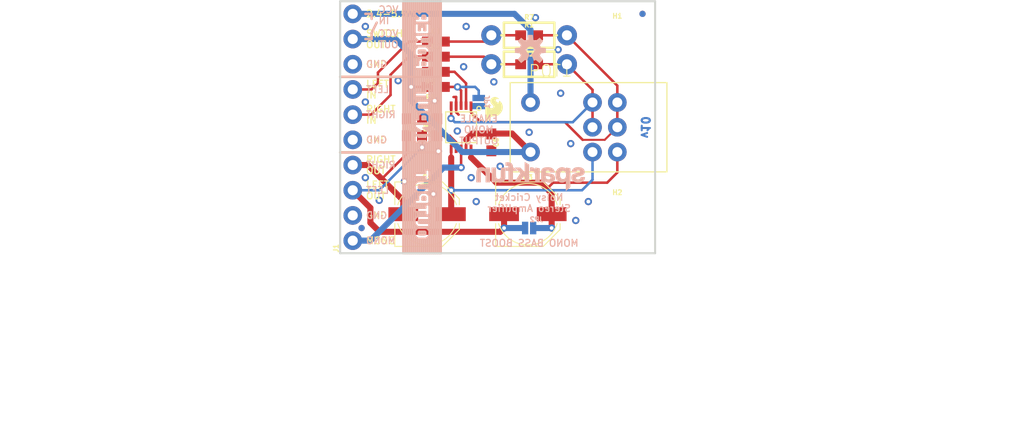
<source format=kicad_pcb>
(kicad_pcb (version 20211014) (generator pcbnew)
  (layers (0 "F.Cu" signal) (31 "B.Cu" signal) (34 "B.Paste" user) (35 "F.Paste" user) (36 "B.SilkS" user "B.Silkscreen") (37 "F.SilkS" user "F.Silkscreen") (38 "B.Mask" user) (39 "F.Mask" user) (44 "Edge.Cuts" user))
  (net 0 "")
  (net 1 "N$3")
  (net 2 "LOUT+")
  (net 3 "LOUT")
  (net 4 "ROUT")
  (net 5 "N$9")
  (net 6 "5V")
  (net 7 "GND")
  (net 8 "N$5")
  (net 9 "N$12")
  (net 10 "LIN")
  (net 11 "RIN")
  (net 12 "MODE")
  (net 13 "N$21")
  (net 14 "N$24")
  (net 15 "N$6")
  (net 16 "MONO_OUT")
  (net 17 "VIN")
  (footprint "boardEagle:0603" (layer "F.Cu") (at 142.2781 96.3676)
    (fp_text reference "C1")
    (fp_text value "1.0uF")
  )
  (footprint "boardEagle:0603" (layer "F.Cu") (at 139.3571 105.0036 -90)
    (fp_text reference "R3")
    (fp_text value "1k")
  )
  (footprint "boardEagle:SFE_LOGO_FLAME_.1" (layer "F.Cu") (at 146.9771 104.8766)
    (fp_text reference "U$1" hide)
    (fp_text value "" hide)
  )
  (footprint "boardEagle:0603" (layer "F.Cu") (at 147.8661 106.5276 -90)
    (fp_text reference "C6")
    (fp_text value "1.0uF")
  )
  (footprint "boardEagle:0603" (layer "F.Cu") (at 151.6761 95.7326)
    (fp_text reference "R1")
    (fp_text value "2.2k")
  )
  (footprint "boardEagle:0603" (layer "F.Cu") (at 142.4051 105.0036 90)
    (fp_text reference "C5")
    (fp_text value "1.0uF")
  )
  (footprint "boardEagle:0603" (layer "F.Cu") (at 140.8811 105.0036 -90)
    (fp_text reference "R4")
    (fp_text value "1k")
  )
  (footprint "boardEagle:FIDUCIAL-MICRO" (layer "F.Cu") (at 134.7851 115.1636)
    (fp_text reference "FD1" hide)
    (fp_text value "FIDUCIALUFIDUCIAL" hide)
  )
  (footprint "boardEagle:0603" (layer "F.Cu") (at 142.2781 99.4156 180)
    (fp_text reference "R5")
    (fp_text value "100k")
  )
  (footprint "boardEagle:0603" (layer "F.Cu") (at 151.6761 98.6536)
    (fp_text reference "R2")
    (fp_text value "2.2k")
  )
  (footprint "boardEagle:PANASONIC_D" (layer "F.Cu") (at 141.3891 113.7666)
    (fp_text reference "C4")
    (fp_text value "100uF")
  )
  (footprint "boardEagle:FIDUCIAL-MICRO" (layer "F.Cu") (at 163.1061 93.5736)
    (fp_text reference "FD2" hide)
    (fp_text value "FIDUCIALUFIDUCIAL" hide)
  )
  (footprint "boardEagle:0603" (layer "F.Cu") (at 142.2781 97.8916)
    (fp_text reference "C2")
    (fp_text value "1.0uF")
  )
  (footprint "boardEagle:POT-DUAL-SWITCH-PTH" (layer "F.Cu") (at 158.0261 105.0036)
    (fp_text reference "POT1")
    (fp_text value "20k")
  )
  (footprint "boardEagle:PANASONIC_D" (layer "F.Cu") (at 151.5491 113.7666)
    (fp_text reference "C3")
    (fp_text value "100uF")
  )
  (footprint "boardEagle:AXIAL-0.3-KIT" (layer "F.Cu") (at 151.6761 95.7326)
    (fp_text reference "R7")
    (fp_text value " ")
  )
  (footprint "boardEagle:STAND-OFF" (layer "F.Cu") (at 160.5661 113.8936)
    (fp_text reference "H2")
    (fp_text value "STAND-OFF")
  )
  (footprint "boardEagle:1X10_NO_SILK" (layer "F.Cu") (at 133.8961 116.4336 90)
    (fp_text reference "J1")
    (fp_text value "")
  )
  (footprint "boardEagle:TFSOP-10" (layer "F.Cu") (at 144.8181 105.0036 -90)
    (fp_text reference "U1")
    (fp_text value "LM4853")
  )
  (footprint "boardEagle:0603" (layer "F.Cu") (at 142.2781 100.9396 180)
    (fp_text reference "R6")
    (fp_text value "100k")
  )
  (footprint "boardEagle:AXIAL-0.3-KIT" (layer "F.Cu") (at 151.6761 98.6536)
    (fp_text reference "R8")
    (fp_text value " ")
  )
  (footprint "boardEagle:CREATIVE_COMMONS" (layer "F.Cu") (at 118.6561 136.7536)
    (fp_text reference "FRAME1" hide)
    (fp_text value "FRAME-LETTER" hide)
  )
  (footprint "boardEagle:STAND-OFF" (layer "F.Cu") (at 160.5661 96.1136)
    (fp_text reference "H1")
    (fp_text value "STAND-OFF")
  )
  (footprint "boardEagle:OSHW-LOGO-S" (layer "B.Cu") (at 151.8031 97.2566 180)
    (fp_text reference "LOGO2" hide)
    (fp_text value "OSHW-LOGOS" hide)
  )
  (footprint "boardEagle:SMT-JUMPER_2_NO_NO-SILK" (layer "B.Cu") (at 151.6761 115.1636 180)
    (fp_text reference "JP2")
    (fp_text value "")
  )
  (footprint "boardEagle:FIDUCIAL-MICRO" (layer "B.Cu") (at 134.7851 115.1636 180)
    (fp_text reference "FD3" hide)
    (fp_text value "FIDUCIALUFIDUCIAL" hide)
  )
  (footprint "boardEagle:SFE_LOGO_NAME_.1" (layer "B.Cu") (at 157.7721 111.8616 180)
    (fp_text reference "LOGO1" hide)
    (fp_text value "SFE_LOGO_NAME.1_INCH" hide)
  )
  (footprint "boardEagle:FIDUCIAL-MICRO" (layer "B.Cu") (at 163.1061 93.5736 180)
    (fp_text reference "FD4" hide)
    (fp_text value "FIDUCIALUFIDUCIAL" hide)
  )
  (footprint "boardEagle:SMT-JUMPER_2_NO_NO-SILK" (layer "B.Cu") (at 146.5961 102.4636 90)
    (fp_text reference "JP1")
    (fp_text value "")
  )
  (gr_line (start 141.0081 117.7036) (end 141.2113 117.7036) (layer "B.SilkS") (width 0.2032))
  (gr_line (start 140.6017 114.3603) (end 140.5509 114.4111) (layer "B.SilkS") (width 0.2032))
  (gr_line (start 140.2635 95.6305) (end 140.1953 95.5623) (layer "B.SilkS") (width 0.2032))
  (gr_line (start 142.4305 107.5436) (end 142.2273 107.5436) (layer "B.SilkS") (width 0.2032))
  (gr_line (start 141.6186 112.8954) (end 141.6186 113.7756) (layer "B.SilkS") (width 0.2032))
  (gr_line (start 141.6186 105.5609) (end 141.6312 105.6237) (layer "B.SilkS") (width 0.2032))
  (gr_line (start 140.3985 99.1387) (end 140.2635 99.1387) (layer "B.SilkS") (width 0.2032))
  (gr_line (start 140.3904 104.6534) (end 140.4092 104.666) (layer "B.SilkS") (width 0.2032))
  (gr_line (start 139.3825 117.7036) (end 139.3825 107.5436) (layer "B.SilkS") (width 0.2032))
  (gr_line (start 140.1953 113.4705) (end 140.1445 113.4197) (layer "B.SilkS") (width 0.2032))
  (gr_line (start 141.0081 116.2334) (end 140.8049 116.2334) (layer "B.SilkS") (width 0.2032))
  (gr_line (start 141.6186 94.3421) (end 141.6177 94.343) (layer "B.SilkS") (width 0.2032))
  (gr_line (start 141.2122 97.3164) (end 141.2113 97.3155) (layer "B.SilkS") (width 0.2032))
  (gr_line (start 140.1445 103.1484) (end 140.1445 102.6242) (layer "B.SilkS") (width 0.2032))
  (gr_line (start 139.7889 107.5436) (end 139.7889 99.9236) (layer "B.SilkS") (width 0.2032))
  (gr_line (start 140.1445 104.4958) (end 140.1445 104.3274) (layer "B.SilkS") (width 0.2032))
  (gr_line (start 139.9921 99.9236) (end 139.7889 99.9236) (layer "B.SilkS") (width 0.2032))
  (gr_line (start 141.2113 113.1323) (end 141.2113 112.7252) (layer "B.SilkS") (width 0.2032))
  (gr_line (start 140.6017 105.3778) (end 140.6017 105.2827) (layer "B.SilkS") (width 0.2032))
  (gr_line (start 140.1445 112.6062) (end 140.1445 112.4378) (layer "B.SilkS") (width 0.2032))
  (gr_line (start 141.6177 103.1571) (end 141.6177 102.6155) (layer "B.SilkS") (width 0.2032))
  (gr_line (start 140.6017 102.3272) (end 140.8049 102.3272) (layer "B.SilkS") (width 0.2032))
  (gr_line (start 141.4145 101.1578) (end 141.4996 101.1578) (layer "B.SilkS") (width 0.2032))
  (gr_line (start 140.2635 103.2675) (end 140.1445 103.1484) (layer "B.SilkS") (width 0.2032))
  (gr_line (start 141.6186 96.6809) (end 141.6177 96.6818) (layer "B.SilkS") (width 0.2032))
  (gr_line (start 141.2113 97.5049) (end 141.2113 97.3155) (layer "B.SilkS") (width 0.2032))
  (gr_line (start 141.2113 114.6576) (end 141.2113 114.3522) (layer "B.SilkS") (width 0.2032))
  (gr_line (start 140.6017 105.9794) (end 140.6017 105.7842) (layer "B.SilkS") (width 0.2032))
  (gr_line (start 140.7974 94.8682) (end 140.8049 94.8682) (layer "B.SilkS") (width 0.2032))
  (gr_line (start 140.6017 112.7252) (end 140.3985 112.7252) (layer "B.SilkS") (width 0.2032))
  (gr_line (start 141.6186 97.6723) (end 141.6177 97.6732) (layer "B.SilkS") (width 0.2032))
  (gr_line (start 141.6177 107.5436) (end 141.6177 106.4457) (layer "B.SilkS") (width 0.2032))
  (gr_line (start 140.3985 94.5123) (end 140.3985 94.4611) (layer "B.SilkS") (width 0.2032))
  (gr_line (start 141.3216 93.3429) (end 141.4145 93.4358) (layer "B.SilkS") (width 0.2032))
  (gr_line (start 140.1445 104.8893) (end 140.1319 104.8265) (layer "B.SilkS") (width 0.2032))
  (gr_line (start 141.0081 96.3935) (end 141.2113 96.3935) (layer "B.SilkS") (width 0.2032))
  (gr_line (start 139.7889 117.7036) (end 139.9921 117.7036) (layer "B.SilkS") (width 0.2032))
  (gr_line (start 141.2122 102.157) (end 141.2122 101.9201) (layer "B.SilkS") (width 0.2032))
  (gr_line (start 141.0081 103.4454) (end 140.8049 103.4454) (layer "B.SilkS") (width 0.2032))
  (gr_line (start 140.6017 115.5297) (end 140.5509 115.5805) (layer "B.SilkS") (width 0.2032))
  (gr_line (start 141.4145 104.6148) (end 141.2113 104.6148) (layer "B.SilkS") (width 0.2032))
  (gr_line (start 141.4145 117.7036) (end 141.6177 117.7036) (layer "B.SilkS") (width 0.2032))
  (gr_line (start 141.4996 110.4376) (end 141.6177 110.5557) (layer "B.SilkS") (width 0.2032))
  (gr_line (start 141.4145 94.4611) (end 141.2113 94.4611) (layer "B.SilkS") (width 0.2032))
  (gr_line (start 141.2122 110.0305) (end 141.2113 110.0305) (layer "B.SilkS") (width 0.2032))
  (gr_line (start 141.2113 95.6817) (end 141.4145 95.6817) (layer "B.SilkS") (width 0.2032))
  (gr_line (start 141.2122 105.9205) (end 141.3312 105.8015) (layer "B.SilkS") (width 0.2032))
  (gr_line (start 140.9068 103.9619) (end 140.9068 104.2084) (layer "B.SilkS") (width 0.2032))
  (gr_line (start 140.6098 115.5216) (end 140.6017 115.5297) (layer "B.SilkS") (width 0.2032))
  (gr_line (start 140.8049 113.9458) (end 140.8049 113.5387) (layer "B.SilkS") (width 0.2032))
  (gr_line (start 140.1445 113.4197) (end 140.1445 113.2513) (layer "B.SilkS") (width 0.2032))
  (gr_line (start 140.3985 113.9888) (end 140.4415 113.9458) (layer "B.SilkS") (width 0.2032))
  (gr_line (start 141.4145 109.2682) (end 141.4996 109.2682) (layer "B.SilkS") (width 0.2032))
  (gr_line (start 141.5156 105.7682) (end 141.4996 105.7842) (layer "B.SilkS") (width 0.2032))
  (gr_line (start 141.6186 110.5566) (end 141.6186 110.725) (layer "B.SilkS") (width 0.2032))
  (gr_line (start 141.0081 98.7323) (end 141.0081 98.4269) (layer "B.SilkS") (width 0.2032))
  (gr_line (start 141.0081 102.3272) (end 141.2113 102.3272) (layer "B.SilkS") (width 0.2032))
  (gr_line (start 141.2122 98.4858) (end 141.2113 98.4849) (layer "B.SilkS") (width 0.2032))
  (gr_line (start 140.6017 94.4611) (end 140.3985 94.4611) (layer "B.SilkS") (width 0.2032))
  (gr_line (start 140.6017 115.064) (end 140.4415 115.064) (layer "B.SilkS") (width 0.2032))
  (gr_line (start 140.6146 93.5257) (end 140.7974 93.3429) (layer "B.SilkS") (width 0.2032))
  (gr_line (start 140.3985 94.0547) (end 140.3985 93.8843) (layer "B.SilkS") (width 0.2032))
  (gr_line (start 141.6177 96.5116) (end 141.6186 96.5125) (layer "B.SilkS") (width 0.2032))
  (gr_line (start 141.6177 104.9543) (end 141.4996 105.0724) (layer "B.SilkS") (width 0.2032))
  (gr_line (start 141.2122 101.9201) (end 141.2113 101.9201) (layer "B.SilkS") (width 0.2032))
  (gr_line (start 141.2113 114.6576) (end 141.4145 114.6576) (layer "B.SilkS") (width 0.2032))
  (gr_line (start 141.4145 115.2081) (end 141.4145 115.064) (layer "B.SilkS") (width 0.2032))
  (gr_line (start 141.0081 115.827) (end 141.0081 115.5216) (layer "B.SilkS") (width 0.2032))
  (gr_line (start 141.4145 112.7764) (end 141.4145 112.7252) (layer "B.SilkS") (width 0.2032))
  (gr_line (start 141.2113 98.7323) (end 141.2122 98.7323) (layer "B.SilkS") (width 0.2032))
  (gr_line (start 141.0188 105.0724) (end 141.4145 105.3362) (layer "B.SilkS") (width 0.2032))
  (gr_line (start 141.4145 112.7764) (end 141.4996 112.7764) (layer "B.SilkS") (width 0.2032))
  (gr_line (start 140.1953 97.0973) (end 140.3985 96.8941) (layer "B.SilkS") (width 0.2032))
  (gr_line (start 141.0081 110.4376) (end 141.2113 110.4376) (layer "B.SilkS") (width 0.2032))
  (gr_line (start 141.2122 93.8082) (end 141.2113 93.8073) (layer "B.SilkS") (width 0.2032))
  (gr_line (start 141.2113 105.2007) (end 141.2113 105.0724) (layer "B.SilkS") (width 0.2032))
  (gr_line (start 141.2113 104.666) (end 141.2113 104.6148) (layer "B.SilkS") (width 0.2032))
  (gr_line (start 140.1953 102.5734) (end 140.1953 101.8519) (layer "B.SilkS") (width 0.2032))
  (gr_line (start 141.0081 92.3036) (end 140.8049 92.3036) (layer "B.SilkS") (width 0.2032))
  (gr_line (start 141.0081 115.064) (end 140.8049 115.064) (layer "B.SilkS") (width 0.2032))
  (gr_line (start 141.4996 101.1578) (end 141.6177 101.2759) (layer "B.SilkS") (width 0.2032))
  (gr_line (start 141.6177 104.4967) (end 141.4996 104.6148) (layer "B.SilkS") (width 0.2032))
  (gr_line (start 141.3312 101.1578) (end 141.4145 101.1578) (layer "B.SilkS") (width 0.2032))
  (gr_line (start 141.4996 96.3935) (end 141.6177 96.5116) (layer "B.SilkS") (width 0.2032))
  (gr_line (start 140.6017 110.4376) (end 140.6017 110.0305) (layer "B.SilkS") (width 0.2032))
  (gr_line (start 141.0081 105.7842) (end 140.8049 105.7842) (layer "B.SilkS") (width 0.2032))
  (gr_line (start 140.5509 115.7681) (end 140.6017 115.8189) (layer "B.SilkS") (width 0.2032))
  (gr_line (start 140.5509 110.9029) (end 140.5509 111.0905) (layer "B.SilkS") (width 0.2032))
  (gr_line (start 141.6177 112.6071) (end 141.4996 112.7252) (layer "B.SilkS") (width 0.2032))
  (gr_line (start 140.6017 109.6241) (end 140.6017 107.5436) (layer "B.SilkS") (width 0.2032))
  (gr_line (start 139.1793 107.5436) (end 138.9761 107.5436) (layer "B.SilkS") (width 0.2032))
  (gr_line (start 141.2113 97.3155) (end 141.1533 97.2575) (layer "B.SilkS") (width 0.2032))
  (gr_line (start 140.6017 95.6305) (end 140.3985 95.6305) (layer "B.SilkS") (width 0.2032))
  (gr_line (start 140.1953 99.0705) (end 140.1445 99.0197) (layer "B.SilkS") (width 0.2032))
  (gr_line (start 141.2122 109.6241) (end 141.2122 109.3872) (layer "B.SilkS") (width 0.2032))
  (gr_line (start 140.6017 113.5387) (end 140.3985 113.5387) (layer "B.SilkS") (width 0.2032))
  (gr_line (start 140.6017 95.6817) (end 140.6017 95.6305) (layer "B.SilkS") (width 0.2032))
  (gr_line (start 141.2113 112.7252) (end 141.0081 112.7252) (layer "B.SilkS") (width 0.2032))
  (gr_line (start 140.5004 112.3188) (end 140.5004 111.904) (layer "B.SilkS") (width 0.2032))
  (gr_line (start 142.0241 99.9236) (end 142.0241 92.3036) (layer "B.SilkS") (width 0.2032))
  (gr_line (start 141.2113 115.1152) (end 141.2113 115.064) (layer "B.SilkS") (width 0.2032))
  (gr_line (start 141.6177 95.7998) (end 141.6177 95.5124) (layer "B.SilkS") (width 0.2032))
  (gr_line (start 141.2113 101.5137) (end 141.2122 101.5137) (layer "B.SilkS") (width 0.2032))
  (gr_line (start 140.1953 105.8697) (end 140.2635 105.8015) (layer "B.SilkS") (width 0.2032))
  (gr_line (start 141.2122 113.1323) (end 141.2122 112.8954) (layer "B.SilkS") (width 0.2032))
  (gr_line (start 141.6177 97.6732) (end 141.4145 97.8764) (layer "B.SilkS") (width 0.2032))
  (gr_line (start 141.6186 96.5125) (end 141.6186 96.6809) (layer "B.SilkS") (width 0.2032))
  (gr_line (start 140.6017 99.1387) (end 140.3985 99.1387) (layer "B.SilkS") (width 0.2032))
  (gr_line (start 140.3985 104.6589) (end 140.3985 104.6148) (layer "B.SilkS") (width 0.2032))
  (gr_line (start 140.3985 115.1582) (end 140.4415 115.1152) (layer "B.SilkS") (width 0.2032))
  (gr_line (start 140.8049 96.8511) (end 141.0081 96.8511) (layer "B.SilkS") (width 0.2032))
  (gr_line (start 142.2273 99.9236) (end 142.2273 92.3036) (layer "B.SilkS") (width 0.2032))
  (gr_line (start 140.8049 93.3429) (end 140.8049 92.3036) (layer "B.SilkS") (width 0.2032))
  (gr_line (start 140.8049 110.4376) (end 141.0081 110.4376) (layer "B.SilkS") (width 0.2032))
  (gr_line (start 140.1445 95.9691) (end 140.1445 95.8007) (layer "B.SilkS") (width 0.2032))
  (gr_line (start 140.3985 116.1904) (end 140.1953 115.9872) (layer "B.SilkS") (width 0.2032))
  (gr_line (start 142.2273 107.5436) (end 142.2273 99.9236) (layer "B.SilkS") (width 0.2032))
  (gr_line (start 141.0081 107.5436) (end 140.8049 107.5436) (layer "B.SilkS") (width 0.2032))
  (gr_line (start 141.2122 94.6313) (end 141.3312 94.5123) (layer "B.SilkS") (width 0.2032))
  (gr_line (start 140.6017 103.4454) (end 140.4415 103.4454) (layer "B.SilkS") (width 0.2032))
  (gr_line (start 141.0081 104.666) (end 141.2113 104.666) (layer "B.SilkS") (width 0.2032))
  (gr_line (start 141.4145 102.276) (end 141.3312 102.276) (layer "B.SilkS") (width 0.2032))
  (gr_line (start 141.2122 115.5805) (end 141.2113 115.5796) (layer "B.SilkS") (width 0.2032))
  (gr_line (start 141.4996 104.6148) (end 141.4145 104.6148) (layer "B.SilkS") (width 0.2032))
  (gr_line (start 138.9761 107.5436) (end 138.9761 99.9236) (layer "B.SilkS") (width 0.2032))
  (gr_line (start 140.6017 103.6923) (end 140.7974 103.4966) (layer "B.SilkS") (width 0.2032))
  (gr_line (start 141.4145 99.1387) (end 141.2113 99.1387) (layer "B.SilkS") (width 0.2032))
  (gr_line (start 141.6186 106.4448) (end 141.6177 106.4457) (layer "B.SilkS") (width 0.2032))
  (gr_line (start 140.3985 94.5123) (end 140.4319 94.5123) (layer "B.SilkS") (width 0.2032))
  (gr_line (start 140.1898 104.7397) (end 140.2253 104.6864) (layer "B.SilkS") (width 0.2032))
  (gr_line (start 141.2113 107.5436) (end 141.0081 107.5436) (layer "B.SilkS") (width 0.2032))
  (gr_line (start 141.6186 93.6399) (end 141.6186 94.3421) (layer "B.SilkS") (width 0.2032))
  (gr_line (start 140.8049 114.6576) (end 141.0081 114.6576) (layer "B.SilkS") (width 0.2032))
  (gr_line (start 141.3216 98.0205) (end 141.3238 98.0226) (layer "B.SilkS") (width 0.2032))
  (gr_line (start 140.1953 94.5805) (end 140.1953 94.3929) (layer "B.SilkS") (width 0.2032))
  (gr_line (start 140.4415 96.8511) (end 140.6017 96.8511) (layer "B.SilkS") (width 0.2032))
  (gr_line (start 141.6177 117.7036) (end 141.8209 117.7036) (layer "B.SilkS") (width 0.2032))
  (gr_line (start 140.2635 94.0547) (end 140.3985 94.0547) (layer "B.SilkS") (width 0.2032))
  (gr_line (start 140.1445 111.2588) (end 140.1445 110.7346) (layer "B.SilkS") (width 0.2032))
  (gr_line (start 141.0081 113.9458) (end 141.2113 113.9458) (layer "B.SilkS") (width 0.2032))
  (gr_line (start 140.6017 114.6495) (end 140.6098 114.6576) (layer "B.SilkS") (width 0.2032))
  (gr_line (start 142.6337 99.9236) (end 142.4305 99.9236) (layer "B.SilkS") (width 0.2032))
  (gr_line (start 140.6784 94.9872) (end 140.7974 94.8682) (layer "B.SilkS") (width 0.2032))
  (gr_line (start 140.1953 107.5436) (end 139.9921 107.5436) (layer "B.SilkS") (width 0.2032))
  (gr_line (start 141.6177 105.6661) (end 141.5733 105.7105) (layer "B.SilkS") (width 0.2032))
  (gr_line (start 141.2113 96.3935) (end 141.2113 96.0881) (layer "B.SilkS") (width 0.2032))
  (gr_line (start 140.2635 95.6817) (end 140.3985 95.6817) (layer "B.SilkS") (width 0.2032))
  (gr_line (start 141.4145 111.5558) (end 141.2113 111.5558) (layer "B.SilkS") (width 0.2032))
  (gr_line (start 141.0081 93.7493) (end 140.9657 93.7493) (layer "B.SilkS") (width 0.2032))
  (gr_line (start 141.6186 95.8007) (end 141.6186 95.9691) (layer "B.SilkS") (width 0.2032))
  (gr_line (start 141.2122 104.2084) (end 141.2122 103.9619) (layer "B.SilkS") (width 0.2032))
  (gr_line (start 140.8383 96.3935) (end 141.0081 96.3935) (layer "B.SilkS") (width 0.2032))
  (gr_line (start 140.1953 93.4111) (end 140.1953 92.3036) (layer "B.SilkS") (width 0.2032))
  (gr_line (start 141.0081 104.666) (end 141.0081 104.6148) (layer "B.SilkS") (width 0.2032))
  (gr_line (start 141.0081 114.6576) (end 141.0081 114.3522) (layer "B.SilkS") (width 0.2032))
  (gr_line (start 140.165 104.9916) (end 140.1605 104.9694) (layer "B.SilkS") (width 0.2032))
  (gr_line (start 140.8049 113.1323) (end 141.0081 113.1323) (layer "B.SilkS") (width 0.2032))
  (gr_line (start 140.2635 99.1387) (end 140.1953 99.0705) (layer "B.SilkS") (width 0.2032))
  (gr_line (start 140.8049 111.607) (end 140.8049 111.5558) (layer "B.SilkS") (width 0.2032))
  (gr_line (start 140.8049 113.5387) (end 140.6017 113.5387) (layer "B.SilkS") (width 0.2032))
  (gr_line (start 140.1953 109.9623) (end 140.1445 109.9115) (layer "B.SilkS") (width 0.2032))
  (gr_line (start 141.2113 98.0205) (end 141.3216 98.0205) (layer "B.SilkS") (width 0.2032))
  (gr_line (start 140.6017 115.8189) (end 140.6098 115.827) (layer "B.SilkS") (width 0.2032))
  (gr_line (start 140.6017 101.9201) (end 140.3985 101.9201) (layer "B.SilkS") (width 0.2032))
  (gr_line (start 141.8209 107.5436) (end 141.8209 99.9236) (layer "B.SilkS") (width 0.2032))
  (gr_line (start 141.6177 102.4453) (end 141.6177 102.1579) (layer "B.SilkS") (width 0.2032))
  (gr_line (start 140.8049 111.1494) (end 141.0081 111.1494) (layer "B.SilkS") (width 0.2032))
  (gr_line (start 141.0081 104.6148) (end 140.8049 104.6148) (layer "B.SilkS") (width 0.2032))
  (gr_line (start 141.6177 110.7259) (end 141.4996 110.844) (layer "B.SilkS") (width 0.2032))
  (gr_line (start 141.0081 106.3858) (end 140.8049 106.3858) (layer "B.SilkS") (width 0.2032))
  (gr_line (start 141.4145 117.7036) (end 141.4145 116.1405) (layer "B.SilkS") (width 0.2032))
  (gr_line (start 140.1445 105.9205) (end 140.1953 105.8697) (layer "B.SilkS") (width 0.2032))
  (gr_line (start 141.2113 114.3522) (end 141.0081 114.3522) (layer "B.SilkS") (width 0.2032))
  (gr_line (start 141.4145 92.3036) (end 141.2113 92.3036) (layer "B.SilkS") (width 0.2032))
  (gr_line (start 141.5733 105.7105) (end 141.5378 105.7637) (layer "B.SilkS") (width 0.2032))
  (gr_line (start 141.6186 104.785) (end 141.6186 104.9534) (layer "B.SilkS") (width 0.2032))
  (gr_line (start 140.6017 103.0309) (end 140.6098 103.039) (layer "B.SilkS") (width 0.2032))
  (gr_line (start 141.0081 97.2575) (end 140.8049 97.2575) (layer "B.SilkS") (width 0.2032))
  (gr_line (start 140.6017 105.7842) (end 140.3985 105.7842) (layer "B.SilkS") (width 0.2032))
  (gr_line (start 139.7889 99.9236) (end 139.5857 99.9236) (layer "B.SilkS") (width 0.2032))
  (gr_line (start 140.6017 99.9236) (end 140.6017 99.1387) (layer "B.SilkS") (width 0.2032))
  (gr_line (start 141.0081 96.7999) (end 140.8049 96.7999) (layer "B.SilkS") (width 0.2032))
  (gr_line (start 140.3985 112.3188) (end 140.3985 111.5128) (layer "B.SilkS") (width 0.2032))
  (gr_line (start 140.2253 104.6864) (end 140.2475 104.682) (layer "B.SilkS") (width 0.2032))
  (gr_line (start 140.4415 103.4454) (end 140.2635 103.2675) (layer "B.SilkS") (width 0.2032))
  (gr_line (start 139.3825 117.7036) (end 139.5857 117.7036) (layer "B.SilkS") (width 0.2032))
  (gr_line (start 141.0081 111.1494) (end 141.2113 111.1494) (layer "B.SilkS") (width 0.2032))
  (gr_line (start 140.1319 104.8265) (end 140.1445 104.8077) (layer "B.SilkS") (width 0.2032))
  (gr_line (start 140.3985 105.7842) (end 140.2635 105.7842) (layer "B.SilkS") (width 0.2032))
  (gr_line (start 141.2122 95.2241) (end 141.2122 94.6313) (layer "B.SilkS") (width 0.2032))
  (gr_line (start 141.1533 115.827) (end 141.2113 115.769) (layer "B.SilkS") (width 0.2032))
  (gr_line (start 140.5509 114.4111) (end 140.5509 114.5987) (layer "B.SilkS") (width 0.2032))
  (gr_line (start 141.6177 114.0639) (end 141.6177 113.7765) (layer "B.SilkS") (width 0.2032))
  (gr_line (start 141.6186 112.6062) (end 141.6177 112.6071) (layer "B.SilkS") (width 0.2032))
  (gr_line (start 141.2113 110.0305) (end 141.0081 110.0305) (layer "B.SilkS") (width 0.2032))
  (gr_line (start 139.7889 107.5436) (end 139.5857 107.5436) (layer "B.SilkS") (width 0.2032))
  (gr_line (start 140.4415 113.9458) (end 140.6017 113.9458) (layer "B.SilkS") (width 0.2032))
  (gr_line (start 141.0081 103.039) (end 141.0081 102.7336) (layer "B.SilkS") (width 0.2032))
  (gr_line (start 141.4145 105.8015) (end 141.4996 105.8015) (layer "B.SilkS") (width 0.2032))
  (gr_line (start 140.6017 111.5558) (end 140.4415 111.5558) (layer "B.SilkS") (width 0.2032))
  (gr_line (start 140.2635 112.3188) (end 140.3985 112.3188) (layer "B.SilkS") (width 0.2032))
  (gr_line (start 140.8049 113.1323) (end 140.8049 112.7252) (layer "B.SilkS") (width 0.2032))
  (gr_line (start 141.0081 101.5137) (end 141.0081 99.9236) (layer "B.SilkS") (width 0.2032))
  (gr_line (start 141.6177 114.7757) (end 141.6177 114.2341) (layer "B.SilkS") (width 0.2032))
  (gr_line (start 141.1533 98.4269) (end 141.0081 98.4269) (layer "B.SilkS") (width 0.2032))
  (gr_line (start 141.6177 93.639) (end 141.6186 93.6399) (layer "B.SilkS") (width 0.2032))
  (gr_line (start 142.7861 107.5436) (end 142.7861 99.9236) (layer "B.SilkS") (width 0.2032))
  (gr_line (start 141.6177 115.4113) (end 141.6177 114.9459) (layer "B.SilkS") (width 0.2032))
  (gr_line (start 141.4996 110.844) (end 141.4145 110.844) (layer "B.SilkS") (width 0.2032))
  (gr_line (start 140.5509 114.5987) (end 140.6017 114.6495) (layer "B.SilkS") (width 0.2032))
  (gr_line (start 141.4145 113.8946) (end 141.3312 113.8946) (layer "B.SilkS") (width 0.2032))
  (gr_line (start 141.0848 95.2241) (end 141.2113 95.2241) (layer "B.SilkS") (width 0.2032))
  (gr_line (start 141.0081 95.6817) (end 141.0081 95.6305) (layer "B.SilkS") (width 0.2032))
  (gr_line (start 140.6098 97.2575) (end 140.6017 97.2656) (layer "B.SilkS") (width 0.2032))
  (gr_line (start 141.2113 109.6241) (end 141.2122 109.6241) (layer "B.SilkS") (width 0.2032))
  (gr_line (start 140.6017 110.8521) (end 140.5509 110.9029) (layer "B.SilkS") (width 0.2032))
  (gr_line (start 141.6186 101.2768) (end 141.6186 102.157) (layer "B.SilkS") (width 0.2032))
  (gr_line (start 140.6017 93.5127) (end 140.6017 92.3036) (layer "B.SilkS") (width 0.2032))
  (gr_line (start 140.5509 111.0905) (end 140.6017 111.1413) (layer "B.SilkS") (width 0.2032))
  (gr_line (start 140.7974 93.3429) (end 140.8049 93.3429) (layer "B.SilkS") (width 0.2032))
  (gr_line (start 135.8011 95.4786) (end 136.3091 94.4626) (layer "B.SilkS") (width 0.254))
  (gr_line (start 141.4145 94.5123) (end 141.4145 94.4611) (layer "B.SilkS") (width 0.2032))
  (gr_line (start 141.2113 98.4849) (end 141.1533 98.4269) (layer "B.SilkS") (width 0.2032))
  (gr_line (start 140.1953 98.8005) (end 140.1953 97.7231) (layer "B.SilkS") (width 0.2032))
  (gr_line (start 141.4145 96.3935) (end 141.4996 96.3935) (layer "B.SilkS") (width 0.2032))
  (gr_line (start 141.6177 104.7841) (end 141.6177 104.4967) (layer "B.SilkS") (width 0.2032))
  (gr_line (start 140.1445 96.5125) (end 140.1953 96.4617) (layer "B.SilkS") (width 0.2032))
  (gr_line (start 140.1445 104.8077) (end 140.1445 104.785) (layer "B.SilkS") (width 0.2032))
  (gr_line (start 141.4996 103.039) (end 141.6177 103.1571) (layer "B.SilkS") (width 0.2032))
  (gr_line (start 141.2113 107.5436) (end 141.2113 106.3858) (layer "B.SilkS") (width 0.2032))
  (gr_line (start 141.6186 103.3264) (end 141.6177 103.3273) (layer "B.SilkS") (width 0.2032))
  (gr_line (start 138.9761 117.7036) (end 139.1793 117.7036) (layer "B.SilkS") (width 0.2032))
  (gr_line (start 141.4996 112.7252) (end 141.4145 112.7252) (layer "B.SilkS") (width 0.2032))
  (gr_line (start 140.2635 113.1323) (end 140.3985 113.1323) (layer "B.SilkS") (width 0.2032))
  (gr_line (start 140.9068 98.4858) (end 140.9068 98.7323) (layer "B.SilkS") (width 0.2032))
  (gr_line (start 140.8049 112.7252) (end 140.6017 112.7252) (layer "B.SilkS") (width 0.2032))
  (gr_line (start 141.4145 93.4358) (end 141.4145 92.3036) (layer "B.SilkS") (width 0.2032))
  (gr_line (start 140.1445 101.6327) (end 140.1953 101.5819) (layer "B.SilkS") (width 0.2032))
  (gr_line (start 140.2635 93.3429) (end 140.3985 93.3429) (layer "B.SilkS") (width 0.2032))
  (gr_line (start 141.6186 102.6146) (end 141.6177 102.6155) (layer "B.SilkS") (width 0.2032))
  (gr_line (start 142.2273 92.3036) (end 142.0241 92.3036) (layer "B.SilkS") (width 0.2032))
  (gr_line (start 141.2113 117.7036) (end 141.2113 116.2334) (layer "B.SilkS") (width 0.2032))
  (gr_line (start 140.9068 96.1566) (end 140.9068 96.325) (layer "B.SilkS") (width 0.2032))
  (gr_line (start 141.6186 115.9364) (end 141.6177 115.9373) (layer "B.SilkS") (width 0.2032))
  (gr_line (start 141.1533 97.2575) (end 141.0081 97.2575) (layer "B.SilkS") (width 0.2032))
  (gr_line (start 141.4145 96.944) (end 141.6177 97.1472) (layer "B.SilkS") (width 0.2032))
  (gr_line (start 140.2635 94.5123) (end 140.3985 94.5123) (layer "B.SilkS") (width 0.2032))
  (gr_line (start 141.6177 103.1571) (end 141.6186 103.158) (layer "B.SilkS") (width 0.2032))
  (gr_line (start 140.1445 110.7346) (end 140.1953 110.6838) (layer "B.SilkS") (width 0.2032))
  (gr_line (start 140.8049 99.9236) (end 140.6017 99.9236) (layer "B.SilkS") (width 0.2032))
  (gr_line (start 140.6017 95.2241) (end 140.6784 95.2241) (layer "B.SilkS") (width 0.2032))
  (gr_line (start 139.1793 117.7036) (end 139.1793 107.5436) (layer "B.SilkS") (width 0.2032))
  (gr_line (start 141.4145 103.039) (end 141.4145 102.7336) (layer "B.SilkS") (width 0.2032))
  (gr_line (start 142.0241 107.5436) (end 141.8209 107.5436) (layer "B.SilkS") (width 0.2032))
  (gr_line (start 141.4145 93.4358) (end 141.6177 93.639) (layer "B.SilkS") (width 0.2032))
  (gr_line (start 140.8049 94.4611) (end 140.6017 94.4611) (layer "B.SilkS") (width 0.2032))
  (gr_line (start 141.4145 116.1405) (end 141.3216 116.2334) (layer "B.SilkS") (width 0.2032))
  (gr_line (start 140.4319 93.3429) (end 140.6146 93.5257) (layer "B.SilkS") (width 0.2032))
  (gr_line (start 140.6017 97.9693) (end 140.4415 97.9693) (layer "B.SilkS") (width 0.2032))
  (gr_line (start 141.6186 111.904) (end 141.6186 112.6062) (layer "B.SilkS") (width 0.2032))
  (gr_line (start 140.3985 101.5137) (end 140.3985 99.9236) (layer "B.SilkS") (width 0.2032))
  (gr_line (start 140.8049 103.4966) (end 140.8049 103.4454) (layer "B.SilkS") (width 0.2032))
  (gr_line (start 141.6177 110.5557) (end 141.6186 110.5566) (layer "B.SilkS") (width 0.2032))
  (gr_line (start 140.8049 101.5137) (end 141.0081 101.5137) (layer "B.SilkS") (width 0.2032))
  (gr_line (start 141.4996 96.0881) (end 141.4145 96.0881) (layer "B.SilkS") (width 0.2032))
  (gr_line (start 141.3238 98.0226) (end 141.6177 98.3166) (layer "B.SilkS") (width 0.2032))
  (gr_line (start 140.1445 112.4378) (end 140.1953 112.387) (layer "B.SilkS") (width 0.2032))
  (gr_line (start 141.6186 109.3872) (end 141.6186 110.2674) (layer "B.SilkS") (width 0.2032))
  (gr_line (start 140.3985 110.4806) (end 140.4415 110.4376) (layer "B.SilkS") (width 0.2032))
  (gr_line (start 140.6017 103.6923) (end 140.6017 103.4454) (layer "B.SilkS") (width 0.2032))
  (gr_line (start 141.0081 98.7323) (end 141.2113 98.7323) (layer "B.SilkS") (width 0.2032))
  (gr_line (start 140.3985 94.0547) (end 140.5004 94.0547) (layer "B.SilkS") (width 0.2032))
  (gr_line (start 140.1953 104.2766) (end 140.1953 103.1992) (layer "B.SilkS") (width 0.2032))
  (gr_line (start 140.8049 96.7999) (end 140.6017 96.7999) (layer "B.SilkS") (width 0.2032))
  (gr_line (start 141.3727 105.7968) (end 141.3539 105.7842) (layer "B.SilkS") (width 0.2032))
  (gr_line (start 141.2113 104.6148) (end 141.0081 104.6148) (layer "B.SilkS") (width 0.2032))
  (gr_line (start 141.2113 113.9458) (end 141.2113 113.5387) (layer "B.SilkS") (width 0.2032))
  (gr_line (start 140.9068 98.7323) (end 141.0081 98.7323) (layer "B.SilkS") (width 0.2032))
  (gr_line (start 140.1953 114.8178) (end 140.1445 114.767) (layer "B.SilkS") (width 0.2032))
  (gr_line (start 141.6177 111.9031) (end 141.6186 111.904) (layer "B.SilkS") (width 0.2032))
  (gr_line (start 141.2113 93.8073) (end 141.1533 93.7493) (layer "B.SilkS") (width 0.2032))
  (gr_line (start 140.2635 96.7999) (end 140.1953 96.7317) (layer "B.SilkS") (width 0.2032))
  (gr_line (start 141.6177 94.6304) (end 141.6186 94.6313) (layer "B.SilkS") (width 0.2032))
  (gr_line (start 141.0081 110.4376) (end 141.0081 110.0305) (layer "B.SilkS") (width 0.2032))
  (gr_line (start 140.8049 95.6817) (end 141.0081 95.6817) (layer "B.SilkS") (width 0.2032))
  (gr_line (start 141.2113 95.2241) (end 141.2113 94.4611) (layer "B.SilkS") (width 0.2032))
  (gr_line (start 142.2273 99.9236) (end 142.0241 99.9236) (layer "B.SilkS") (width 0.2032))
  (gr_line (start 140.8049 115.5216) (end 140.6098 115.5216) (layer "B.SilkS") (width 0.2032))
  (gr_line (start 140.6017 106.3858) (end 140.5509 106.3858) (layer "B.SilkS") (width 0.2032))
  (gr_line (start 140.2635 97.7914) (end 140.1445 97.6723) (layer "B.SilkS") (width 0.2032))
  (gr_line (start 141.0081 96.3935) (end 141.0081 96.0881) (layer "B.SilkS") (width 0.2032))
  (gr_line (start 140.6017 98.2162) (end 140.6017 97.9693) (layer "B.SilkS") (width 0.2032))
  (gr_line (start 140.1953 95.5623) (end 140.1445 95.5115) (layer "B.SilkS") (width 0.2032))
  (gr_line (start 140.4162 96.2408) (end 140.3985 96.2231) (layer "B.SilkS") (width 0.2032))
  (gr_line (start 141.2113 97.9693) (end 141.0081 97.9693) (layer "B.SilkS") (width 0.2032))
  (gr_line (start 140.3985 95.6817) (end 140.3985 95.6305) (layer "B.SilkS") (width 0.2032))
  (gr_line (start 141.6177 114.9459) (end 141.4996 115.064) (layer "B.SilkS") (width 0.2032))
  (gr_line (start 138.9761 99.9236) (end 138.9761 92.3036) (layer "B.SilkS") (width 0.2032))
  (gr_line (start 140.3985 99.9236) (end 140.1953 99.9236) (layer "B.SilkS") (width 0.2032))
  (gr_line (start 141.6177 97.1472) (end 141.6177 96.6818) (layer "B.SilkS") (width 0.2032))
  (gr_line (start 140.8049 103.4966) (end 141.0081 103.4966) (layer "B.SilkS") (width 0.2032))
  (gr_line (start 141.6177 110.2683) (end 141.4996 110.3864) (layer "B.SilkS") (width 0.2032))
  (gr_line (start 141.4145 109.2682) (end 141.4145 107.5436) (layer "B.SilkS") (width 0.2032))
  (gr_line (start 141.6177 97.1472) (end 141.6186 97.1481) (layer "B.SilkS") (width 0.2032))
  (gr_line (start 140.5004 103.7936) (end 140.6017 103.6923) (layer "B.SilkS") (width 0.2032))
  (gr_line (start 141.8209 117.7036) (end 142.0241 117.7036) (layer "B.SilkS") (width 0.2032))
  (gr_line (start 141.6177 95.7998) (end 141.6186 95.8007) (layer "B.SilkS") (width 0.2032))
  (gr_line (start 140.1953 105.716) (end 140.1445 105.6652) (layer "B.SilkS") (width 0.2032))
  (gr_line (start 141.0081 101.9201) (end 140.8049 101.9201) (layer "B.SilkS") (width 0.2032))
  (gr_line (start 141.4145 111.6999) (end 141.4145 111.5558) (layer "B.SilkS") (width 0.2032))
  (gr_line (start 140.2635 113.5387) (end 140.1953 113.4705) (layer "B.SilkS") (width 0.2032))
  (gr_line (start 141.4996 94.5123) (end 141.6177 94.6304) (layer "B.SilkS") (width 0.2032))
  (gr_line (start 140.1953 101.8519) (end 140.1445 101.8011) (layer "B.SilkS") (width 0.2032))
  (gr_line (start 141.2113 112.3188) (end 141.2122 112.3188) (layer "B.SilkS") (width 0.2032))
  (gr_line (start 140.8383 96.0881) (end 140.9068 96.1566) (layer "B.SilkS") (width 0.2032))
  (gr_line (start 140.8049 93.3429) (end 141.0081 93.3429) (layer "B.SilkS") (width 0.2032))
  (gr_line (start 140.4319 94.5123) (end 140.5509 94.6313) (layer "B.SilkS") (width 0.2032))
  (gr_line (start 140.5004 104.2084) (end 140.5004 103.7936) (layer "B.SilkS") (width 0.2032))
  (gr_line (start 141.2122 106.4448) (end 141.2122 106.3858) (layer "B.SilkS") (width 0.2032))
  (gr_line (start 140.1953 95.7499) (end 140.2635 95.6817) (layer "B.SilkS") (width 0.2032))
  (gr_line (start 140.8049 103.039) (end 141.0081 103.039) (layer "B.SilkS") (width 0.2032))
  (gr_line (start 140.8049 117.7036) (end 140.8049 116.2334) (layer "B.SilkS") (width 0.2032))
  (gr_line (start 140.3276 104.666) (end 140.3904 104.6534) (layer "B.SilkS") (width 0.2032))
  (gr_line (start 141.6186 95.9691) (end 141.6177 95.97) (layer "B.SilkS") (width 0.2032))
  (gr_line (start 141.2113 106.3858) (end 141.0081 106.3858) (layer "B.SilkS") (width 0.2032))
  (gr_line (start 141.0081 99.1387) (end 140.8049 99.1387) (layer "B.SilkS") (width 0.2032))
  (gr_line (start 141.4145 105.3362) (end 141.4769 105.3778) (layer "B.SilkS") (width 0.2032))
  (gr_line (start 141.2113 101.5137) (end 141.2113 99.9236) (layer "B.SilkS") (width 0.2032))
  (gr_line (start 141.2113 95.2241) (end 141.2122 95.2241) (layer "B.SilkS") (width 0.2032))
  (gr_line (start 141.4145 113.9458) (end 141.4996 113.9458) (layer "B.SilkS") (width 0.2032))
  (gr_line (start 141.6177 102.6155) (end 141.4996 102.7336) (layer "B.SilkS") (width 0.2032))
  (gr_line (start 141.4996 114.6576) (end 141.6177 114.7757) (layer "B.SilkS") (width 0.2032))
  (gr_line (start 140.1953 112.657) (end 140.1445 112.6062) (layer "B.SilkS") (width 0.2032))
  (gr_line (start 141.4996 105.0724) (end 141.4145 105.0724) (layer "B.SilkS") (width 0.2032))
  (gr_line (start 140.1445 95.8007) (end 140.1953 95.7499) (layer "B.SilkS") (width 0.2032))
  (gr_line (start 140.9657 98.4269) (end 140.9068 98.4858) (layer "B.SilkS") (width 0.2032))
  (gr_line (start 141.2122 101.5137) (end 141.2122 101.2768) (layer "B.SilkS") (width 0.2032))
  (gr_line (start 140.7974 98.0205) (end 140.8049 98.0205) (layer "B.SilkS") (width 0.2032))
  (gr_line (start 141.8209 99.9236) (end 141.6177 99.9236) (layer "B.SilkS") (width 0.2032))
  (gr_line (start 141.4145 113.9458) (end 141.4145 113.8946) (layer "B.SilkS") (width 0.2032))
  (gr_line (start 140.2635 105.0724) (end 140.2183 105.0271) (layer "B.SilkS") (width 0.2032))
  (gr_line (start 140.9068 112.0723) (end 140.9068 112.3188) (layer "B.SilkS") (width 0.2032))
  (gr_line (start 140.6017 115.8189) (end 140.6017 115.5297) (layer "B.SilkS") (width 0.2032))
  (gr_line (start 140.3985 117.7036) (end 140.6017 117.7036) (layer "B.SilkS") (width 0.2032))
  (gr_line (start 142.0241 92.3036) (end 141.8209 92.3036) (layer "B.SilkS") (width 0.2032))
  (gr_line (start 141.2113 115.1152) (end 141.3216 115.1152) (layer "B.SilkS") (width 0.2032))
  (gr_line (start 140.8049 111.1494) (end 140.8049 110.844) (layer "B.SilkS") (width 0.2032))
  (gr_line (start 140.1953 101.5819) (end 140.2635 101.5137) (layer "B.SilkS") (width 0.2032))
  (gr_line (start 140.2635 104.2084) (end 140.3985 104.2084) (layer "B.SilkS") (width 0.2032))
  (gr_line (start 141.0081 115.1152) (end 141.0081 115.064) (layer "B.SilkS") (width 0.2032))
  (gr_line (start 141.4145 114.3522) (end 141.2113 114.3522) (layer "B.SilkS") (width 0.2032))
  (gr_line (start 139.1793 99.9236) (end 139.1793 92.3036) (layer "B.SilkS") (width 0.2032))
  (gr_line (start 141.4145 107.5436) (end 141.2113 107.5436) (layer "B.SilkS") (width 0.2032))
  (gr_line (start 142.2273 117.7036) (end 142.2273 107.5436) (layer "B.SilkS") (width 0.2032))
  (gr_line (start 141.2113 111.607) (end 141.3216 111.607) (layer "B.SilkS") (width 0.2032))
  (gr_line (start 142.6337 99.9236) (end 142.6337 92.3036) (layer "B.SilkS") (width 0.2032))
  (gr_line (start 140.3985 95.6817) (end 140.6017 95.6817) (layer "B.SilkS") (width 0.2032))
  (gr_line (start 141.6177 105.9196) (end 141.6177 105.6661) (layer "B.SilkS") (width 0.2032))
  (gr_line (start 141.6177 113.7765) (end 141.4996 113.8946) (layer "B.SilkS") (width 0.2032))
  (gr_line (start 140.8049 111.607) (end 141.0081 111.607) (layer "B.SilkS") (width 0.2032))
  (gr_line (start 140.8049 98.0205) (end 141.0081 98.0205) (layer "B.SilkS") (width 0.2032))
  (gr_line (start 140.1953 96.7317) (end 140.1445 96.6809) (layer "B.SilkS") (width 0.2032))
  (gr_line (start 140.6098 111.1494) (end 140.8049 111.1494) (layer "B.SilkS") (width 0.2032))
  (gr_line (start 140.6017 96.8511) (end 140.8049 96.8511) (layer "B.SilkS") (width 0.2032))
  (gr_line (start 140.3985 102.3702) (end 140.4415 102.3272) (layer "B.SilkS") (width 0.2032))
  (gr_line (start 140.2635 109.6241) (end 140.3985 109.6241) (layer "B.SilkS") (width 0.2032))
  (gr_line (start 140.1953 109.6923) (end 140.1953 107.5436) (layer "B.SilkS") (width 0.2032))
  (gr_line (start 141.6177 103.7927) (end 141.6177 103.3273) (layer "B.SilkS") (width 0.2032))
  (gr_line (start 141.6177 109.3863) (end 141.6186 109.3872) (layer "B.SilkS") (width 0.2032))
  (gr_line (start 141.0081 99.9236) (end 141.0081 99.1387) (layer "B.SilkS") (width 0.2032))
  (gr_line (start 140.1445 102.6242) (end 140.1953 102.5734) (layer "B.SilkS") (width 0.2032))
  (gr_line (start 140.6017 105.3778) (end 140.7443 105.3778) (layer "B.SilkS") (width 0.2032))
  (gr_line (start 139.3825 99.9236) (end 139.1793 99.9236) (layer "B.SilkS") (width 0.2032))
  (gr_line (start 140.1445 99.0197) (end 140.1445 98.8513) (layer "B.SilkS") (width 0.2032))
  (gr_line (start 141.2113 96.8511) (end 141.2113 96.7999) (layer "B.SilkS") (width 0.2032))
  (gr_line (start 140.1445 115.4122) (end 140.1953 115.3614) (layer "B.SilkS") (width 0.2032))
  (gr_line (start 141.4145 106.5638) (end 141.3312 106.5638) (layer "B.SilkS") (width 0.2032))
  (gr_line (start 135.8011 93.5736) (end 135.8011 94.0816) (layer "B.SilkS") (width 0.254))
  (gr_line (start 140.6098 114.3522) (end 140.6017 114.3603) (layer "B.SilkS") (width 0.2032))
  (gr_line (start 141.6177 105.9196) (end 141.6186 105.9205) (layer "B.SilkS") (width 0.2032))
  (gr_line (start 141.0081 105.9794) (end 141.0081 105.7842) (layer "B.SilkS") (width 0.2032))
  (gr_line (start 141.0081 104.2084) (end 141.2113 104.2084) (layer "B.SilkS") (width 0.2032))
  (gr_line (start 140.3985 113.1323) (end 140.3985 112.7252) (layer "B.SilkS") (width 0.2032))
  (gr_line (start 141.8209 92.3036) (end 141.6177 92.3036) (layer "B.SilkS") (width 0.2032))
  (gr_line (start 140.1953 115.3614) (end 140.3985 115.1582) (layer "B.SilkS") (width 0.2032))
  (gr_line (start 140.3985 113.9888) (end 140.3985 113.5387) (layer "B.SilkS") (width 0.2032))
  (gr_line (start 141.6177 96.6818) (end 141.4996 96.7999) (layer "B.SilkS") (width 0.2032))
  (gr_line (start 141.2113 105.9794) (end 141.2113 105.7842) (layer "B.SilkS") (width 0.2032))
  (gr_line (start 141.6177 94.343) (end 141.4996 94.4611) (layer "B.SilkS") (width 0.2032))
  (gr_line (start 140.6017 113.9458) (end 140.8049 113.9458) (layer "B.SilkS") (width 0.2032))
  (gr_line (start 141.4769 105.3778) (end 141.4996 105.3778) (layer "B.SilkS") (width 0.2032))
  (gr_line (start 140.9068 96.325) (end 140.8383 96.3935) (layer "B.SilkS") (width 0.2032))
  (gr_line (start 140.1445 98.8513) (end 140.1953 98.8005) (layer "B.SilkS") (width 0.2032))
  (gr_line (start 140.1445 94.1737) (end 140.1953 94.1229) (layer "B.SilkS") (width 0.2032))
  (gr_line (start 140.8049 105.9794) (end 140.8049 105.7842) (layer "B.SilkS") (width 0.2032))
  (gr_line (start 140.3985 104.2084) (end 140.5004 104.2084) (layer "B.SilkS") (width 0.2032))
  (gr_line (start 141.0081 109.6241) (end 141.0081 107.5436) (layer "B.SilkS") (width 0.2032))
  (gr_line (start 141.6177 99.9236) (end 141.4145 99.9236) (layer "B.SilkS") (width 0.2032))
  (gr_line (start 141.0081 105.9794) (end 141.2113 105.9794) (layer "B.SilkS") (width 0.2032))
  (gr_line (start 140.3985 115.021) (end 140.1953 114.8178) (layer "B.SilkS") (width 0.2032))
  (gr_line (start 141.4145 115.2081) (end 141.6177 115.4113) (layer "B.SilkS") (width 0.2032))
  (gr_line (start 141.2113 96.8511) (end 141.3216 96.8511) (layer "B.SilkS") (width 0.2032))
  (gr_line (start 141.6186 105.4968) (end 141.6186 105.5609) (layer "B.SilkS") (width 0.2032))
  (gr_line (start 141.2113 97.5049) (end 141.2122 97.504) (layer "B.SilkS") (width 0.2032))
  (gr_line (start 141.6177 111.2675) (end 141.6177 110.7259) (layer "B.SilkS") (width 0.2032))
  (gr_line (start 139.5857 117.7036) (end 139.5857 107.5436) (layer "B.SilkS") (width 0.2032))
  (gr_line (start 139.1793 107.5436) (end 139.1793 99.9236) (layer "B.SilkS") (width 0.2032))
  (gr_line (start 140.4415 111.5558) (end 140.2635 111.3779) (layer "B.SilkS") (width 0.2032))
  (gr_line (start 141.4145 105.3362) (end 141.4145 105.0724) (layer "B.SilkS") (width 0.2032))
  (gr_line (start 140.1953 99.9236) (end 139.9921 99.9236) (layer "B.SilkS") (width 0.2032))
  (gr_line (start 141.4145 104.666) (end 141.4996 104.666) (layer "B.SilkS") (width 0.2032))
  (gr_line (start 141.2122 103.9619) (end 141.2113 103.961) (layer "B.SilkS") (width 0.2032))
  (gr_line (start 141.2113 115.064) (end 141.0081 115.064) (layer "B.SilkS") (width 0.2032))
  (gr_line (start 141.4996 115.064) (end 141.4145 115.064) (layer "B.SilkS") (width 0.2032))
  (gr_line (start 140.6017 115.1152) (end 140.6017 115.064) (layer "B.SilkS") (width 0.2032))
  (gr_line (start 140.5509 95.2241) (end 140.6017 95.2241) (layer "B.SilkS") (width 0.2032))
  (gr_line (start 140.3985 112.7252) (end 140.2635 112.7252) (layer "B.SilkS") (width 0.2032))
  (gr_line (start 140.1953 105.446) (end 140.2635 105.3778) (layer "B.SilkS") (width 0.2032))
  (gr_line (start 140.6017 104.666) (end 140.6017 104.6148) (layer "B.SilkS") (width 0.2032))
  (gr_line (start 141.2113 99.9236) (end 141.0081 99.9236) (layer "B.SilkS") (width 0.2032))
  (gr_line (start 142.0241 117.7036) (end 142.0241 107.5436) (layer "B.SilkS") (width 0.2032))
  (gr_line (start 141.2113 105.0724) (end 141.0188 105.0724) (layer "B.SilkS") (width 0.2032))
  (gr_line (start 141.4145 105.8015) (end 141.4145 105.7884) (layer "B.SilkS") (width 0.2032))
  (gr_line (start 140.1445 104.9534) (end 140.1445 104.8893) (layer "B.SilkS") (width 0.2032))
  (gr_line (start 141.8209 107.5436) (end 141.6177 107.5436) (layer "B.SilkS") (width 0.2032))
  (gr_line (start 142.0241 117.7036) (end 142.2273 117.7036) (layer "B.SilkS") (width 0.2032))
  (gr_line (start 141.0081 97.9693) (end 140.8049 97.9693) (layer "B.SilkS") (width 0.2032))
  (gr_line (start 141.2113 103.039) (end 141.4145 103.039) (layer "B.SilkS") (width 0.2032))
  (gr_line (start 141.3216 115.1152) (end 141.4145 115.2081) (layer "B.SilkS") (width 0.2032))
  (gr_line (start 141.4145 114.6576) (end 141.4996 114.6576) (layer "B.SilkS") (width 0.2032))
  (gr_line (start 140.8049 97.5629) (end 140.8049 97.2575) (layer "B.SilkS") (width 0.2032))
  (gr_line (start 141.4145 98.1134) (end 141.4145 97.8764) (layer "B.SilkS") (width 0.2032))
  (gr_line (start 141.6177 114.7757) (end 141.6186 114.7766) (layer "B.SilkS") (width 0.2032))
  (gr_line (start 141.4145 97.8764) (end 141.3216 97.9693) (layer "B.SilkS") (width 0.2032))
  (gr_line (start 140.2635 94.4611) (end 140.1953 94.3929) (layer "B.SilkS") (width 0.2032))
  (gr_line (start 141.6186 105.6425) (end 141.6186 105.6652) (layer "B.SilkS") (width 0.2032))
  (gr_line (start 141.6186 110.2674) (end 141.6177 110.2683) (layer "B.SilkS") (width 0.2032))
  (gr_line (start 140.1953 105.8697) (end 140.1953 105.716) (layer "B.SilkS") (width 0.2032))
  (gr_line (start 141.2113 96.0881) (end 141.0081 96.0881) (layer "B.SilkS") (width 0.2032))
  (gr_line (start 140.8049 102.3272) (end 141.0081 102.3272) (layer "B.SilkS") (width 0.2032))
  (gr_line (start 141.6177 102.4453) (end 141.6186 102.4462) (layer "B.SilkS") (width 0.2032))
  (gr_line (start 141.4145 103.039) (end 141.4996 103.039) (layer "B.SilkS") (width 0.2032))
  (gr_line (start 141.4996 106.5638) (end 141.4145 106.5638) (layer "B.SilkS") (width 0.2032))
  (gr_line (start 140.5004 98.7323) (end 140.5004 98.3175) (layer "B.SilkS") (width 0.2032))
  (gr_line (start 140.6017 95.6817) (end 140.8049 95.6817) (layer "B.SilkS") (width 0.2032))
  (gr_line (start 141.6177 98.3166) (end 141.6186 98.3175) (layer "B.SilkS") (width 0.2032))
  (gr_line (start 141.2113 98.0205) (end 141.2113 97.9693) (layer "B.SilkS") (width 0.2032))
  (gr_line (start 141.2122 113.7756) (end 141.2122 113.5387) (layer "B.SilkS") (width 0.2032))
  (gr_line (start 141.2122 105.9794) (end 141.2122 105.9205) (layer "B.SilkS") (width 0.2032))
  (gr_line (start 140.6017 95.2241) (end 140.6017 94.4611) (layer "B.SilkS") (width 0.2032))
  (gr_line (start 142.6337 92.3036) (end 142.4305 92.3036) (layer "B.SilkS") (width 0.2032))
  (gr_line (start 141.6186 104.4958) (end 141.6177 104.4967) (layer "B.SilkS") (width 0.2032))
  (gr_line (start 140.5509 97.504) (end 140.6017 97.5548) (layer "B.SilkS") (width 0.2032))
  (gr_line (start 139.7889 99.9236) (end 139.7889 92.3036) (layer "B.SilkS") (width 0.2032))
  (gr_line (start 141.6177 112.8945) (end 141.6186 112.8954) (layer "B.SilkS") (width 0.2032))
  (gr_line (start 140.3985 96.2231) (end 140.1953 96.0199) (layer "B.SilkS") (width 0.2032))
  (gr_line (start 141.6186 110.725) (end 141.6177 110.7259) (layer "B.SilkS") (width 0.2032))
  (gr_line (start 141.0081 109.6241) (end 141.2113 109.6241) (layer "B.SilkS") (width 0.2032))
  (gr_line (start 141.2122 109.3872) (end 141.3312 109.2682) (layer "B.SilkS") (width 0.2032))
  (gr_line (start 141.4145 114.6576) (end 141.4145 114.3522) (layer "B.SilkS") (width 0.2032))
  (gr_line (start 141.2122 112.8954) (end 141.3312 112.7764) (layer "B.SilkS") (width 0.2032))
  (gr_line (start 139.3825 107.5436) (end 139.3825 99.9236) (layer "B.SilkS") (width 0.2032))
  (gr_line (start 141.6177 115.9373) (end 141.4145 116.1405) (layer "B.SilkS") (width 0.2032))
  (gr_line (start 141.2113 115.5796) (end 141.1533 115.5216) (layer "B.SilkS") (width 0.2032))
  (gr_line (start 141.2113 110.4376) (end 141.4145 110.4376) (layer "B.SilkS") (width 0.2032))
  (gr_line (start 141.6177 107.5436) (end 141.4145 107.5436) (layer "B.SilkS") (width 0.2032))
  (gr_line (start 140.1953 104.7315) (end 140.1953 104.5466) (layer "B.SilkS") (width 0.2032))
  (gr_line (start 140.3985 92.3036) (end 140.1953 92.3036) (layer "B.SilkS") (width 0.2032))
  (gr_line (start 141.3216 103.4966) (end 141.4145 103.5895) (layer "B.SilkS") (width 0.2032))
  (gr_line (start 141.6177 104.7841) (end 141.6186 104.785) (layer "B.SilkS") (width 0.2032))
  (gr_line (start 142.7861 99.9236) (end 142.6337 99.9236) (layer "B.SilkS") (width 0.2032))
  (gr_line (start 141.4145 95.6305) (end 141.2113 95.6305) (layer "B.SilkS") (width 0.2032))
  (gr_line (start 140.8049 101.5137) (end 140.8049 99.9236) (layer "B.SilkS") (width 0.2032))
  (gr_line (start 141.4996 104.666) (end 141.6177 104.7841) (layer "B.SilkS") (width 0.2032))
  (gr_line (start 142.7861 92.3036) (end 142.6337 92.3036) (layer "B.SilkS") (width 0.2032))
  (gr_line (start 141.4996 112.7764) (end 141.6177 112.8945) (layer "B.SilkS") (width 0.2032))
  (gr_line (start 140.1445 105.6652) (end 140.1445 105.4968) (layer "B.SilkS") (width 0.2032))
  (gr_line (start 141.0081 97.5629) (end 141.1533 97.5629) (layer "B.SilkS") (width 0.2032))
  (gr_line (start 140.1445 96.6809) (end 140.1445 96.5125) (layer "B.SilkS") (width 0.2032))
  (gr_line (start 141.6186 98.3175) (end 141.6186 99.0197) (layer "B.SilkS") (width 0.2032))
  (gr_line (start 141.0081 113.5387) (end 140.8049 113.5387) (layer "B.SilkS") (width 0.2032))
  (gr_line (start 140.1953 99.9236) (end 140.1953 99.0705) (layer "B.SilkS") (width 0.2032))
  (gr_line (start 141.0081 94.0547) (end 141.0081 93.7493) (layer "B.SilkS") (width 0.2032))
  (gr_line (start 140.1445 93.4619) (end 140.1953 93.4111) (layer "B.SilkS") (width 0.2032))
  (gr_line (start 141.2113 104.2084) (end 141.2122 104.2084) (layer "B.SilkS") (width 0.2032))
  (gr_line (start 141.2113 96.3935) (end 141.4145 96.3935) (layer "B.SilkS") (width 0.2032))
  (gr_line (start 141.4145 103.4454) (end 141.2113 103.4454) (layer "B.SilkS") (width 0.2032))
  (gr_line (start 140.8049 101.9201) (end 140.6017 101.9201) (layer "B.SilkS") (width 0.2032))
  (gr_line (start 141.2113 105.7842) (end 141.0081 105.7842) (layer "B.SilkS") (width 0.2032))
  (gr_line (start 141.0081 96.8511) (end 141.2113 96.8511) (layer "B.SilkS") (width 0.2032))
  (gr_line (start 140.1445 113.2513) (end 140.1953 113.2005) (layer "B.SilkS") (width 0.2032))
  (gr_line (start 140.3985 96.7999) (end 140.2635 96.7999) (layer "B.SilkS") (width 0.2032))
  (gr_line (start 140.3985 113.1323) (end 140.6017 113.1323) (layer "B.SilkS") (width 0.2032))
  (gr_line (start 141.0848 94.9872) (end 141.0848 95.2241) (layer "B.SilkS") (width 0.2032))
  (gr_line (start 141.2113 94.4611) (end 141.0081 94.4611) (layer "B.SilkS") (width 0.2032))
  (gr_line (start 142.7861 107.5436) (end 142.6337 107.5436) (layer "B.SilkS") (width 0.2032))
  (gr_line (start 141.0081 103.903) (end 140.9657 103.903) (layer "B.SilkS") (width 0.2032))
  (gr_line (start 140.6017 105.9794) (end 140.8049 105.9794) (layer "B.SilkS") (width 0.2032))
  (gr_line (start 141.0081 99.9236) (end 140.8049 99.9236) (layer "B.SilkS") (width 0.2032))
  (gr_line (start 140.8049 110.844) (end 140.6098 110.844) (layer "B.SilkS") (width 0.2032))
  (gr_line (start 139.9921 107.5436) (end 139.9921 99.9236) (layer "B.SilkS") (width 0.2032))
  (gr_line (start 141.6177 112.8945) (end 141.6177 112.6071) (layer "B.SilkS") (width 0.2032))
  (gr_line (start 141.2113 111.607) (end 141.2113 111.5558) (layer "B.SilkS") (width 0.2032))
  (gr_line (start 141.0081 96.0881) (end 140.8383 96.0881) (layer "B.SilkS") (width 0.2032))
  (gr_line (start 140.6017 116.2334) (end 140.4415 116.2334) (layer "B.SilkS") (width 0.2032))
  (gr_line (start 140.3985 105.3778) (end 140.3985 105.1473) (layer "B.SilkS") (width 0.2032))
  (gr_line (start 141.6186 113.7756) (end 141.6177 113.7765) (layer "B.SilkS") (width 0.2032))
  (gr_line (start 141.6177 99.0206) (end 141.4996 99.1387) (layer "B.SilkS") (width 0.2032))
  (gr_line (start 140.1445 97.1481) (end 140.1953 97.0973) (layer "B.SilkS") (width 0.2032))
  (gr_line (start 141.0081 112.3188) (end 141.2113 112.3188) (layer "B.SilkS") (width 0.2032))
  (gr_line (start 140.3985 117.7036) (end 140.3985 116.1904) (layer "B.SilkS") (width 0.2032))
  (gr_line (start 140.6098 97.5629) (end 140.8049 97.5629) (layer "B.SilkS") (width 0.2032))
  (gr_line (start 141.4996 105.8015) (end 141.6177 105.9196) (layer "B.SilkS") (width 0.2032))
  (gr_line (start 140.8049 107.5436) (end 140.6017 107.5436) (layer "B.SilkS") (width 0.2032))
  (gr_line (start 140.3985 107.5436) (end 140.1953 107.5436) (layer "B.SilkS") (width 0.2032))
  (gr_line (start 140.3985 96.2585) (end 140.3985 96.2231) (layer "B.SilkS") (width 0.2032))
  (gr_line (start 140.2635 111.3779) (end 140.1445 111.2588) (layer "B.SilkS") (width 0.2032))
  (gr_line (start 139.9921 92.3036) (end 139.7889 92.3036) (layer "B.SilkS") (width 0.2032))
  (gr_line (start 140.1953 93.4111) (end 140.2635 93.3429) (layer "B.SilkS") (width 0.2032))
  (gr_line (start 141.4145 104.666) (end 141.4145 104.6148) (layer "B.SilkS") (width 0.2032))
  (gr_line (start 140.7974 111.607) (end 140.8049 111.607) (layer "B.SilkS") (width 0.2032))
  (gr_line (start 141.2113 103.039) (end 141.2113 102.7336) (layer "B.SilkS") (width 0.2032))
  (gr_line (start 141.2113 117.7036) (end 141.4145 117.7036) (layer "B.SilkS") (width 0.2032))
  (gr_line (start 141.0081 101.5137) (end 141.2113 101.5137) (layer "B.SilkS") (width 0.2032))
  (gr_line (start 140.6017 92.3036) (end 140.3985 92.3036) (layer "B.SilkS") (width 0.2032))
  (gr_line (start 141.4145 96.7999) (end 141.2113 96.7999) (layer "B.SilkS") (width 0.2032))
  (gr_line (start 140.8049 105.7842) (end 140.6017 105.7842) (layer "B.SilkS") (width 0.2032))
  (gr_line (start 140.3985 107.5436) (end 140.3985 106.5638) (layer "B.SilkS") (width 0.2032))
  (gr_line (start 140.8049 110.4376) (end 140.8049 110.0305) (layer "B.SilkS") (width 0.2032))
  (gr_line (start 141.6186 99.0197) (end 141.6177 99.0206) (layer "B.SilkS") (width 0.2032))
  (gr_line (start 140.1953 97.0973) (end 140.1953 96.7317) (layer "B.SilkS") (width 0.2032))
  (gr_line (start 141.4145 101.1578) (end 141.4145 99.9236) (layer "B.SilkS") (width 0.2032))
  (gr_line (start 141.4145 96.944) (end 141.4145 96.7999) (layer "B.SilkS") (width 0.2032))
  (gr_line (start 139.1793 117.7036) (end 139.3825 117.7036) (layer "B.SilkS") (width 0.2032))
  (gr_line (start 142.6337 107.5436) (end 142.6337 99.9236) (layer "B.SilkS") (width 0.2032))
  (gr_line (start 141.4996 99.1387) (end 141.4145 99.1387) (layer "B.SilkS") (width 0.2032))
  (gr_line (start 140.9068 93.8082) (end 140.9068 94.0547) (layer "B.SilkS") (width 0.2032))
  (gr_line (start 141.2113 102.3272) (end 141.2113 101.9201) (layer "B.SilkS") (width 0.2032))
  (gr_line (start 140.8049 98.0205) (end 140.8049 97.9693) (layer "B.SilkS") (width 0.2032))
  (gr_line (start 141.6177 92.3036) (end 141.4145 92.3036) (layer "B.SilkS") (width 0.2032))
  (gr_line (start 140.8049 115.827) (end 141.0081 115.827) (layer "B.SilkS") (width 0.2032))
  (gr_line (start 141.0081 94.9106) (end 141.0081 94.4611) (layer "B.SilkS") (width 0.2032))
  (gr_line (start 140.8049 102.3272) (end 140.8049 101.9201) (layer "B.SilkS") (width 0.2032))
  (gr_line (start 141.4996 102.3272) (end 141.6177 102.4453) (layer "B.SilkS") (width 0.2032))
  (gr_line (start 141.3312 110.3864) (end 141.2122 110.2674) (layer "B.SilkS") (width 0.2032))
  (gr_line (start 141.4996 102.276) (end 141.4145 102.276) (layer "B.SilkS") (width 0.2032))
  (gr_line (start 140.3985 94.4611) (end 140.2635 94.4611) (layer "B.SilkS") (width 0.2032))
  (gr_line (start 140.6017 107.5436) (end 140.6017 106.3858) (layer "B.SilkS") (width 0.2032))
  (gr_line (start 141.2113 95.6305) (end 141.0081 95.6305) (layer "B.SilkS") (width 0.2032))
  (gr_line (start 140.3985 115.1582) (end 140.3985 115.021) (layer "B.SilkS") (width 0.2032))
  (gr_line (start 141.4996 95.6817) (end 141.6177 95.7998) (layer "B.SilkS") (width 0.2032))
  (gr_line (start 141.0081 115.1152) (end 141.2113 115.1152) (layer "B.SilkS") (width 0.2032))
  (gr_line (start 141.4996 113.8946) (end 141.4145 113.8946) (layer "B.SilkS") (width 0.2032))
  (gr_line (start 142.2273 117.7036) (end 142.4305 117.7036) (layer "B.SilkS") (width 0.2032))
  (gr_line (start 141.2113 113.1323) (end 141.2122 113.1323) (layer "B.SilkS") (width 0.2032))
  (gr_line (start 139.9921 107.5436) (end 139.7889 107.5436) (layer "B.SilkS") (width 0.2032))
  (gr_line (start 141.0081 112.0134) (end 140.9657 112.0134) (layer "B.SilkS") (width 0.2032))
  (gr_line (start 140.8049 104.6148) (end 140.6017 104.6148) (layer "B.SilkS") (width 0.2032))
  (gr_line (start 141.4145 102.3272) (end 141.4996 102.3272) (layer "B.SilkS") (width 0.2032))
  (gr_line (start 141.6186 104.9534) (end 141.6177 104.9543) (layer "B.SilkS") (width 0.2032))
  (gr_line (start 141.6177 103.3273) (end 141.4996 103.4454) (layer "B.SilkS") (width 0.2032))
  (gr_line (start 141.0081 115.827) (end 141.1533 115.827) (layer "B.SilkS") (width 0.2032))
  (gr_line (start 141.6177 103.7927) (end 141.6186 103.7936) (layer "B.SilkS") (width 0.2032))
  (gr_line (start 141.6177 105.4959) (end 141.6186 105.4968) (layer "B.SilkS") (width 0.2032))
  (gr_line (start 141.4996 103.4454) (end 141.4145 103.4454) (layer "B.SilkS") (width 0.2032))
  (gr_line (start 141.3216 111.607) (end 141.4145 111.6999) (layer "B.SilkS") (width 0.2032))
  (gr_line (start 140.5509 102.7925) (end 140.5509 102.9801) (layer "B.SilkS") (width 0.2032))
  (gr_line (start 142.6337 107.5436) (end 142.4305 107.5436) (layer "B.SilkS") (width 0.2032))
  (gr_line (start 141.2113 99.1387) (end 141.0081 99.1387) (layer "B.SilkS") (width 0.2032))
  (gr_line (start 140.1953 117.7036) (end 140.3985 117.7036) (layer "B.SilkS") (width 0.2032))
  (gr_line (start 140.8049 109.6241) (end 140.8049 107.5436) (layer "B.SilkS") (width 0.2032))
  (gr_line (start 141.2113 93.3429) (end 141.2113 92.3036) (layer "B.SilkS") (width 0.2032))
  (gr_line (start 140.5509 105.9205) (end 140.5509 105.9794) (layer "B.SilkS") (width 0.2032))
  (gr_line (start 140.8049 96.8511) (end 140.8049 96.7999) (layer "B.SilkS") (width 0.2032))
  (gr_line (start 140.3985 96.8941) (end 140.3985 96.7999) (layer "B.SilkS") (width 0.2032))
  (gr_line (start 140.9657 93.7493) (end 140.9068 93.8082) (layer "B.SilkS") (width 0.2032))
  (gr_line (start 141.4145 110.844) (end 141.2113 110.844) (layer "B.SilkS") (width 0.2032))
  (gr_line (start 141.2113 111.5558) (end 141.0081 111.5558) (layer "B.SilkS") (width 0.2032))
  (gr_line (start 141.2113 98.7323) (end 141.2113 98.4849) (layer "B.SilkS") (width 0.2032))
  (gr_line (start 140.9068 112.3188) (end 141.0081 112.3188) (layer "B.SilkS") (width 0.2032))
  (gr_line (start 140.1953 96.4617) (end 140.3985 96.2585) (layer "B.SilkS") (width 0.2032))
  (gr_line (start 141.2113 113.9458) (end 141.4145 113.9458) (layer "B.SilkS") (width 0.2032))
  (gr_line (start 140.8049 97.9693) (end 140.6017 97.9693) (layer "B.SilkS") (width 0.2032))
  (gr_line (start 141.0081 113.1323) (end 141.0081 112.7252) (layer "B.SilkS") (width 0.2032))
  (gr_line (start 141.6177 93.639) (end 141.6177 92.3036) (layer "B.SilkS") (width 0.2032))
  (gr_line (start 141.4996 111.1494) (end 141.6177 111.2675) (layer "B.SilkS") (width 0.2032))
  (gr_line (start 140.8049 97.2575) (end 140.6098 97.2575) (layer "B.SilkS") (width 0.2032))
  (gr_line (start 140.1953 110.6838) (end 140.1953 109.9623) (layer "B.SilkS") (width 0.2032))
  (gr_line (start 141.4145 94.5123) (end 141.4996 94.5123) (layer "B.SilkS") (width 0.2032))
  (gr_line (start 140.6017 111.8027) (end 140.6017 111.5558) (layer "B.SilkS") (width 0.2032))
  (gr_line (start 141.6312 105.6237) (end 141.6186 105.6425) (layer "B.SilkS") (width 0.2032))
  (gr_line (start 141.0081 98.0205) (end 141.0081 97.9693) (layer "B.SilkS") (width 0.2032))
  (gr_line (start 141.4145 107.5436) (end 141.4145 106.5638) (layer "B.SilkS") (width 0.2032))
  (gr_line (start 141.2113 111.1494) (end 141.2113 110.844) (layer "B.SilkS") (width 0.2032))
  (gr_line (start 140.1953 112.387) (end 140.2635 112.3188) (layer "B.SilkS") (width 0.2032))
  (gr_line (start 140.1953 115.3614) (end 140.1953 114.8178) (layer "B.SilkS") (width 0.2032))
  (gr_line (start 141.4996 105.3778) (end 141.5449 105.4231) (layer "B.SilkS") (width 0.2032))
  (gr_line (start 140.5004 111.904) (end 140.6017 111.8027) (layer "B.SilkS") (width 0.2032))
  (gr_line (start 140.3985 102.3702) (end 140.3985 101.9201) (layer "B.SilkS") (width 0.2032))
  (gr_line (start 140.3985 113.5387) (end 140.2635 113.5387) (layer "B.SilkS") (width 0.2032))
  (gr_line (start 141.2113 116.2334) (end 141.0081 116.2334) (layer "B.SilkS") (width 0.2032))
  (gr_line (start 141.4996 105.7842) (end 141.4355 105.7842) (layer "B.SilkS") (width 0.2032))
  (gr_line (start 141.2122 110.2674) (end 141.2122 110.0305) (layer "B.SilkS") (width 0.2032))
  (gr_line (start 141.2113 104.666) (end 141.4145 104.666) (layer "B.SilkS") (width 0.2032))
  (gr_line (start 141.6186 111.2684) (end 141.6186 111.4368) (layer "B.SilkS") (width 0.2032))
  (gr_line (start 140.1445 115.9364) (end 140.1445 115.4122) (layer "B.SilkS") (width 0.2032))
  (gr_line (start 140.1953 95.7499) (end 140.1953 95.5623) (layer "B.SilkS") (width 0.2032))
  (gr_line (start 141.2113 115.769) (end 141.2122 115.7681) (layer "B.SilkS") (width 0.2032))
  (gr_line (start 140.1953 113.2005) (end 140.2635 113.1323) (layer "B.SilkS") (width 0.2032))
  (gr_line (start 140.3985 101.9201) (end 140.2635 101.9201) (layer "B.SilkS") (width 0.2032))
  (gr_line (start 139.1793 99.9236) (end 138.9761 99.9236) (layer "B.SilkS") (width 0.2032))
  (gr_line (start 141.2122 115.7681) (end 141.2122 115.5805) (layer "B.SilkS") (width 0.2032))
  (gr_line (start 140.4415 115.1152) (end 140.6017 115.1152) (layer "B.SilkS") (width 0.2032))
  (gr_line (start 141.0081 112.7252) (end 140.8049 112.7252) (layer "B.SilkS") (width 0.2032))
  (gr_line (start 140.4415 116.2334) (end 140.3985 116.1904) (layer "B.SilkS") (width 0.2032))
  (gr_line (start 140.3985 110.0305) (end 140.2635 110.0305) (layer "B.SilkS") (width 0.2032))
  (gr_line (start 140.3985 101.5137) (end 140.6017 101.5137) (layer "B.SilkS") (width 0.2032))
  (gr_line (start 140.1953 104.2766) (end 140.2635 104.2084) (layer "B.SilkS") (width 0.2032))
  (gr_line (start 141.2113 94.0547) (end 141.2113 93.8073) (layer "B.SilkS") (width 0.2032))
  (gr_line (start 140.1445 93.6303) (end 140.1445 93.4619) (layer "B.SilkS") (width 0.2032))
  (gr_line (start 141.4145 96.3935) (end 141.4145 96.0881) (layer "B.SilkS") (width 0.2032))
  (gr_line (start 142.0241 107.5436) (end 142.0241 99.9236) (layer "B.SilkS") (width 0.2032))
  (gr_line (start 140.1445 114.2428) (end 140.1953 114.192) (layer "B.SilkS") (width 0.2032))
  (gr_line (start 140.1953 112.387) (end 140.1953 111.3096) (layer "B.SilkS") (width 0.2032))
  (gr_line (start 140.3985 110.4806) (end 140.3985 110.0305) (layer "B.SilkS") (width 0.2032))
  (gr_line (start 141.6177 102.1579) (end 141.4996 102.276) (layer "B.SilkS") (width 0.2032))
  (gr_line (start 141.0081 98.0205) (end 141.2113 98.0205) (layer "B.SilkS") (width 0.2032))
  (gr_line (start 142.4305 117.7036) (end 142.6337 117.7036) (layer "B.SilkS") (width 0.2032))
  (gr_line (start 139.1793 92.3036) (end 138.9761 92.3036) (layer "B.SilkS") (width 0.2032))
  (gr_line (start 141.0081 94.0547) (end 141.2113 94.0547) (layer "B.SilkS") (width 0.2032))
  (gr_line (start 141.2113 115.769) (end 141.2113 115.5796) (layer "B.SilkS") (width 0.2032))
  (gr_line (start 140.8049 116.2334) (end 140.6017 116.2334) (layer "B.SilkS") (width 0.2032))
  (gr_line (start 140.1445 114.767) (end 140.1445 114.2428) (layer "B.SilkS") (width 0.2032))
  (gr_line (start 141.2113 112.3188) (end 141.2113 112.0714) (layer "B.SilkS") (width 0.2032))
  (gr_line (start 140.2635 105.8015) (end 140.3985 105.8015) (layer "B.SilkS") (width 0.2032))
  (gr_line (start 141.8209 117.7036) (end 141.8209 107.5436) (layer "B.SilkS") (width 0.2032))
  (gr_line (start 141.2113 112.0714) (end 141.1533 112.0134) (layer "B.SilkS") (width 0.2032))
  (gr_line (start 140.6017 110.0305) (end 140.3985 110.0305) (layer "B.SilkS") (width 0.2032))
  (gr_line (start 141.0081 114.3522) (end 140.8049 114.3522) (layer "B.SilkS") (width 0.2032))
  (gr_line (start 141.6186 95.5115) (end 141.6177 95.5124) (layer "B.SilkS") (width 0.2032))
  (gr_line (start 139.5857 107.5436) (end 139.3825 107.5436) (layer "B.SilkS") (width 0.2032))
  (gr_line (start 141.4145 102.7336) (end 141.2113 102.7336) (layer "B.SilkS") (width 0.2032))
  (gr_line (start 142.4305 117.7036) (end 142.4305 107.5436) (layer "B.SilkS") (width 0.2032))
  (gr_line (start 141.4145 111.1494) (end 141.4996 111.1494) (layer "B.SilkS") (width 0.2032))
  (gr_line (start 140.1953 102.5734) (end 140.3985 102.3702) (layer "B.SilkS") (width 0.2032))
  (gr_line (start 140.1953 104.5466) (end 140.1445 104.4958) (layer "B.SilkS") (width 0.2032))
  (gr_line (start 140.1953 92.3036) (end 139.9921 92.3036) (layer "B.SilkS") (width 0.2032))
  (gr_line (start 141.0081 102.3272) (end 141.0081 101.9201) (layer "B.SilkS") (width 0.2032))
  (gr_line (start 141.3312 113.8946) (end 141.2122 113.7756) (layer "B.SilkS") (width 0.2032))
  (gr_line (start 140.2635 104.666) (end 140.3276 104.666) (layer "B.SilkS") (width 0.2032))
  (gr_line (start 140.2635 112.7252) (end 140.1953 112.657) (layer "B.SilkS") (width 0.2032))
  (gr_line (start 141.4145 103.5895) (end 141.6177 103.7927) (layer "B.SilkS") (width 0.2032))
  (gr_line (start 140.8049 97.5629) (end 141.0081 97.5629) (layer "B.SilkS") (width 0.2032))
  (gr_line (start 140.4319 105.8015) (end 140.5509 105.9205) (layer "B.SilkS") (width 0.2032))
  (gr_line (start 140.6017 111.8027) (end 140.7974 111.607) (layer "B.SilkS") (width 0.2032))
  (gr_line (start 140.8049 109.6241) (end 141.0081 109.6241) (layer "B.SilkS") (width 0.2032))
  (gr_line (start 140.1953 101.5819) (end 140.1953 99.9236) (layer "B.SilkS") (width 0.2032))
  (gr_line (start 140.6098 110.844) (end 140.6017 110.8521) (layer "B.SilkS") (width 0.2032))
  (gr_line (start 141.2113 102.7336) (end 141.0081 102.7336) (layer "B.SilkS") (width 0.2032))
  (gr_line (start 141.2113 105.9794) (end 141.2122 105.9794) (layer "B.SilkS") (width 0.2032))
  (gr_line (start 140.6017 96.7999) (end 140.3985 96.7999) (layer "B.SilkS") (width 0.2032))
  (gr_line (start 140.3985 98.7323) (end 140.5004 98.7323) (layer "B.SilkS") (width 0.2032))
  (gr_line (start 140.1445 109.7431) (end 140.1953 109.6923) (layer "B.SilkS") (width 0.2032))
  (gr_line (start 141.4145 111.6999) (end 141.6177 111.9031) (layer "B.SilkS") (width 0.2032))
  (gr_line (start 141.0081 110.0305) (end 140.8049 110.0305) (layer "B.SilkS") (width 0.2032))
  (gr_line (start 141.0081 117.7036) (end 141.0081 116.2334) (layer "B.SilkS") (width 0.2032))
  (gr_line (start 140.6017 107.5436) (end 140.3985 107.5436) (layer "B.SilkS") (width 0.2032))
  (gr_line (start 142.7861 99.9236) (end 142.7861 92.3036) (layer "B.SilkS") (width 0.2032))
  (gr_line (start 140.1605 104.9694) (end 140.1445 104.9534) (layer "B.SilkS") (width 0.2032))
  (gr_line (start 140.1953 113.2005) (end 140.1953 112.657) (layer "B.SilkS") (width 0.2032))
  (gr_line (start 141.6186 114.0648) (end 141.6186 114.2332) (layer "B.SilkS") (width 0.2032))
  (gr_line (start 141.4355 105.7842) (end 141.3727 105.7968) (layer "B.SilkS") (width 0.2032))
  (gr_line (start 141.4145 95.6817) (end 141.4996 95.6817) (layer "B.SilkS") (width 0.2032))
  (gr_line (start 140.1953 106.4956) (end 140.1445 106.4448) (layer "B.SilkS") (width 0.2032))
  (gr_line (start 140.5509 97.3164) (end 140.5509 97.504) (layer "B.SilkS") (width 0.2032))
  (gr_line (start 141.6186 111.4368) (end 141.6177 111.4377) (layer "B.SilkS") (width 0.2032))
  (gr_line (start 140.8049 115.827) (end 140.8049 115.5216) (layer "B.SilkS") (width 0.2032))
  (gr_line (start 140.3985 104.6148) (end 140.2635 104.6148) (layer "B.SilkS") (width 0.2032))
  (gr_line (start 140.8049 106.3858) (end 140.6017 106.3858) (layer "B.SilkS") (width 0.2032))
  (gr_line (start 140.6017 111.1413) (end 140.6098 111.1494) (layer "B.SilkS") (width 0.2032))
  (gr_line (start 139.3825 107.5436) (end 139.1793 107.5436) (layer "B.SilkS") (width 0.2032))
  (gr_line (start 140.1953 115.9872) (end 140.1445 115.9364) (layer "B.SilkS") (width 0.2032))
  (gr_line (start 141.0081 111.607) (end 141.0081 111.5558) (layer "B.SilkS") (width 0.2032))
  (gr_line (start 141.6177 114.0639) (end 141.6186 114.0648) (layer "B.SilkS") (width 0.2032))
  (gr_line (start 140.2635 105.3778) (end 140.3985 105.3778) (layer "B.SilkS") (width 0.2032))
  (gr_line (start 141.2113 103.961) (end 141.1533 103.903) (layer "B.SilkS") (width 0.2032))
  (gr_line (start 140.5004 94.0547) (end 140.5004 93.9862) (layer "B.SilkS") (width 0.2032))
  (gr_line (start 141.6177 115.4113) (end 141.6186 115.4122) (layer "B.SilkS") (width 0.2032))
  (gr_line (start 141.6177 99.9236) (end 141.6177 99.0206) (layer "B.SilkS") (width 0.2032))
  (gr_line (start 140.1445 104.3274) (end 140.1953 104.2766) (layer "B.SilkS") (width 0.2032))
  (gr_line (start 141.2113 113.5387) (end 141.0081 113.5387) (layer "B.SilkS") (width 0.2032))
  (gr_line (start 141.3312 106.5638) (end 141.2122 106.4448) (layer "B.SilkS") (width 0.2032))
  (gr_line (start 141.4996 109.2682) (end 141.6177 109.3863) (layer "B.SilkS") (width 0.2032))
  (gr_line (start 141.6177 96.5116) (end 141.6177 95.97) (layer "B.SilkS") (width 0.2032))
  (gr_line (start 141.0081 114.6576) (end 141.2113 114.6576) (layer "B.SilkS") (width 0.2032))
  (gr_line (start 140.5509 115.5805) (end 140.5509 115.7681) (layer "B.SilkS") (width 0.2032))
  (gr_line (start 141.4996 114.3522) (end 141.4145 114.3522) (layer "B.SilkS") (width 0.2032))
  (gr_line (start 140.9068 104.2084) (end 141.0081 104.2084) (layer "B.SilkS") (width 0.2032))
  (gr_line (start 139.3825 92.3036) (end 139.1793 92.3036) (layer "B.SilkS") (width 0.2032))
  (gr_line (start 140.8049 104.666) (end 141.0081 104.666) (layer "B.SilkS") (width 0.2032))
  (gr_line (start 140.1953 94.3929) (end 140.1445 94.3421) (layer "B.SilkS") (width 0.2032))
  (gr_line (start 141.6177 95.97) (end 141.4996 96.0881) (layer "B.SilkS") (width 0.2032))
  (gr_line (start 140.3985 96.8941) (end 140.4415 96.8511) (layer "B.SilkS") (width 0.2032))
  (gr_line (start 140.8049 92.3036) (end 140.6017 92.3036) (layer "B.SilkS") (width 0.2032))
  (gr_line (start 140.6017 102.7417) (end 140.5509 102.7925) (layer "B.SilkS") (width 0.2032))
  (gr_line (start 141.2122 98.7323) (end 141.2122 98.4858) (layer "B.SilkS") (width 0.2032))
  (gr_line (start 140.3985 109.6241) (end 140.6017 109.6241) (layer "B.SilkS") (width 0.2032))
  (gr_line (start 141.0081 111.5558) (end 140.8049 111.5558) (layer "B.SilkS") (width 0.2032))
  (gr_line (start 140.1953 94.1229) (end 140.1953 93.6811) (layer "B.SilkS") (width 0.2032))
  (gr_line (start 141.2113 96.7999) (end 141.0081 96.7999) (layer "B.SilkS") (width 0.2032))
  (gr_line (start 141.6177 111.9031) (end 141.6177 111.4377) (layer "B.SilkS") (width 0.2032))
  (gr_line (start 140.3985 99.9236) (end 140.3985 99.1387) (layer "B.SilkS") (width 0.2032))
  (gr_line (start 140.6017 99.9236) (end 140.3985 99.9236) (layer "B.SilkS") (width 0.2032))
  (gr_line (start 141.4145 103.5895) (end 141.4145 103.4454) (layer "B.SilkS") (width 0.2032))
  (gr_line (start 140.5509 94.6313) (end 140.5509 95.2241) (layer "B.SilkS") (width 0.2032))
  (gr_line (start 140.8049 95.6817) (end 140.8049 95.6305) (layer "B.SilkS") (width 0.2032))
  (gr_line (start 140.6017 117.7036) (end 140.8049 117.7036) (layer "B.SilkS") (width 0.2032))
  (gr_line (start 141.6177 105.4959) (end 141.6177 104.9543) (layer "B.SilkS") (width 0.2032))
  (gr_line (start 140.3985 105.3778) (end 140.6017 105.3778) (layer "B.SilkS") (width 0.2032))
  (gr_line (start 140.3985 105.8015) (end 140.3985 105.7842) (layer "B.SilkS") (width 0.2032))
  (gr_line (start 140.3985 93.3429) (end 140.4319 93.3429) (layer "B.SilkS") (width 0.2032))
  (gr_line (start 140.2635 98.7323) (end 140.3985 98.7323) (layer "B.SilkS") (width 0.2032))
  (gr_line (start 141.6186 105.9205) (end 141.6186 106.4448) (layer "B.SilkS") (width 0.2032))
  (gr_line (start 139.5857 92.3036) (end 139.3825 92.3036) (layer "B.SilkS") (width 0.2032))
  (gr_line (start 140.3985 105.8015) (end 140.4319 105.8015) (layer "B.SilkS") (width 0.2032))
  (gr_line (start 140.8049 107.5436) (end 140.8049 106.3858) (layer "B.SilkS") (width 0.2032))
  (gr_line (start 141.6177 114.2341) (end 141.4996 114.3522) (layer "B.SilkS") (width 0.2032))
  (gr_line (start 140.6017 117.7036) (end 140.6017 116.2334) (layer "B.SilkS") (width 0.2032))
  (gr_line (start 141.6177 106.4457) (end 141.4996 106.5638) (layer "B.SilkS") (width 0.2032))
  (gr_line (start 141.0081 102.7336) (end 140.8049 102.7336) (layer "B.SilkS") (width 0.2032))
  (gr_line (start 140.7443 105.3778) (end 140.2862 105.0724) (layer "B.SilkS") (width 0.2032))
  (gr_line (start 142.4305 99.9236) (end 142.4305 92.3036) (layer "B.SilkS") (width 0.2032))
  (gr_line (start 141.0081 96.8511) (end 141.0081 96.7999) (layer "B.SilkS") (width 0.2032))
  (gr_line (start 141.6186 115.4122) (end 141.6186 115.9364) (layer "B.SilkS") (width 0.2032))
  (gr_line (start 141.5449 105.4231) (end 141.5982 105.4586) (layer "B.SilkS") (width 0.2032))
  (gr_line (start 140.3985 96.2585) (end 140.4162 96.2408) (layer "B.SilkS") (width 0.2032))
  (gr_line (start 140.6017 104.666) (end 140.8049 104.666) (layer "B.SilkS") (width 0.2032))
  (gr_line (start 141.0081 94.4611) (end 140.8049 94.4611) (layer "B.SilkS") (width 0.2032))
  (gr_line (start 140.6098 103.039) (end 140.8049 103.039) (layer "B.SilkS") (width 0.2032))
  (gr_line (start 140.6017 103.0309) (end 140.6017 102.7417) (layer "B.SilkS") (width 0.2032))
  (gr_line (start 140.6784 95.2241) (end 140.6784 94.9872) (layer "B.SilkS") (width 0.2032))
  (gr_line (start 142.6337 117.7036) (end 142.7861 117.7036) (layer "B.SilkS") (width 0.2032))
  (gr_line (start 141.6177 109.3863) (end 141.6177 107.5436) (layer "B.SilkS") (width 0.2032))
  (gr_line (start 140.6017 113.9458) (end 140.6017 113.5387) (layer "B.SilkS") (width 0.2032))
  (gr_line (start 140.1953 107.5436) (end 140.1953 106.4956) (layer "B.SilkS") (width 0.2032))
  (gr_line (start 139.9921 117.7036) (end 139.9921 107.5436) (layer "B.SilkS") (width 0.2032))
  (gr_line (start 141.2122 112.0723) (end 141.2113 112.0714) (layer "B.SilkS") (width 0.2032))
  (gr_line (start 141.6186 103.158) (end 141.6186 103.3264) (layer "B.SilkS") (width 0.2032))
  (gr_line (start 141.4996 95.6305) (end 141.4145 95.6305) (layer "B.SilkS") (width 0.2032))
  (gr_line (start 140.5509 106.4448) (end 140.4319 106.5638) (layer "B.SilkS") (width 0.2032))
  (gr_line (start 140.9068 94.0547) (end 141.0081 94.0547) (layer "B.SilkS") (width 0.2032))
  (gr_line (start 140.4415 110.4376) (end 140.6017 110.4376) (layer "B.SilkS") (width 0.2032))
  (gr_line (start 141.0081 111.607) (end 141.2113 111.607) (layer "B.SilkS") (width 0.2032))
  (gr_line (start 140.3985 98.7323) (end 140.3985 97.9263) (layer "B.SilkS") (width 0.2032))
  (gr_line (start 140.1953 94.5805) (end 140.2635 94.5123) (layer "B.SilkS") (width 0.2032))
  (gr_line (start 141.4996 113.9458) (end 141.6177 114.0639) (layer "B.SilkS") (width 0.2032))
  (gr_line (start 141.2113 103.4966) (end 141.2113 103.4454) (layer "B.SilkS") (width 0.2032))
  (gr_line (start 140.1445 94.3421) (end 140.1445 94.1737) (layer "B.SilkS") (width 0.2032))
  (gr_line (start 139.5857 107.5436) (end 139.5857 99.9236) (layer "B.SilkS") (width 0.2032))
  (gr_line (start 142.2273 107.5436) (end 142.0241 107.5436) (layer "B.SilkS") (width 0.2032))
  (gr_line (start 140.6017 97.5548) (end 140.6017 97.2656) (layer "B.SilkS") (width 0.2032))
  (gr_line (start 141.2122 113.5387) (end 141.2113 113.5387) (layer "B.SilkS") (width 0.2032))
  (gr_line (start 140.2635 101.9201) (end 140.1953 101.8519) (layer "B.SilkS") (width 0.2032))
  (gr_line (start 140.6017 101.5137) (end 140.8049 101.5137) (layer "B.SilkS") (width 0.2032))
  (gr_line (start 141.0081 97.5629) (end 141.0081 97.2575) (layer "B.SilkS") (width 0.2032))
  (gr_line (start 141.6186 102.157) (end 141.6177 102.1579) (layer "B.SilkS") (width 0.2032))
  (gr_line (start 141.6186 103.7936) (end 141.6186 104.4958) (layer "B.SilkS") (width 0.2032))
  (gr_line (start 141.2122 112.3188) (end 141.2122 112.0723) (layer "B.SilkS") (width 0.2032))
  (gr_line (start 139.7889 92.3036) (end 139.5857 92.3036) (layer "B.SilkS") (width 0.2032))
  (gr_line (start 141.6177 94.6304) (end 141.6177 94.343) (layer "B.SilkS") (width 0.2032))
  (gr_line (start 141.0081 113.1323) (end 141.2113 113.1323) (layer "B.SilkS") (width 0.2032))
  (gr_line (start 141.2113 110.4376) (end 141.2113 110.0305) (layer "B.SilkS") (width 0.2032))
  (gr_line (start 139.5857 99.9236) (end 139.3825 99.9236) (layer "B.SilkS") (width 0.2032))
  (gr_line (start 140.6017 114.6495) (end 140.6017 114.3603) (layer "B.SilkS") (width 0.2032))
  (gr_line (start 132.6261 107.5436) (end 138.9761 107.5436) (layer "B.SilkS") (width 0.254))
  (gr_line (start 141.3216 97.9693) (end 141.2113 97.9693) (layer "B.SilkS") (width 0.2032))
  (gr_line (start 140.1445 97.6723) (end 140.1445 97.1481) (layer "B.SilkS") (width 0.2032))
  (gr_line (start 141.0081 95.6305) (end 140.8049 95.6305) (layer "B.SilkS") (width 0.2032))
  (gr_line (start 141.3312 94.5123) (end 141.4145 94.5123) (layer "B.SilkS") (width 0.2032))
  (gr_line (start 141.6186 94.6313) (end 141.6186 95.5115) (layer "B.SilkS") (width 0.2032))
  (gr_line (start 140.6098 114.6576) (end 140.8049 114.6576) (layer "B.SilkS") (width 0.2032))
  (gr_line (start 141.8209 99.9236) (end 141.8209 92.3036) (layer "B.SilkS") (width 0.2032))
  (gr_line (start 141.0081 93.3429) (end 141.0081 92.3036) (layer "B.SilkS") (width 0.2032))
  (gr_line (start 141.0081 110.844) (end 140.8049 110.844) (layer "B.SilkS") (width 0.2032))
  (gr_line (start 140.2862 105.0724) (end 140.2635 105.0724) (layer "B.SilkS") (width 0.2032))
  (gr_line (start 141.0081 103.4966) (end 141.2113 103.4966) (layer "B.SilkS") (width 0.2032))
  (gr_line (start 140.2635 106.5638) (end 140.1953 106.4956) (layer "B.SilkS") (width 0.2032))
  (gr_line (start 141.0081 95.6817) (end 141.2113 95.6817) (layer "B.SilkS") (width 0.2032))
  (gr_line (start 141.4145 99.9236) (end 141.2113 99.9236) (layer "B.SilkS") (width 0.2032))
  (gr_line (start 141.0081 103.4966) (end 141.0081 103.4454) (layer "B.SilkS") (width 0.2032))
  (gr_line (start 140.6017 102.3272) (end 140.6017 101.9201) (layer "B.SilkS") (width 0.2032))
  (gr_line (start 140.5509 105.9794) (end 140.6017 105.9794) (layer "B.SilkS") (width 0.2032))
  (gr_line (start 140.8049 110.0305) (end 140.6017 110.0305) (layer "B.SilkS") (width 0.2032))
  (gr_line (start 141.3216 116.2334) (end 141.2113 116.2334) (layer "B.SilkS") (width 0.2032))
  (gr_line (start 140.6017 113.1323) (end 140.8049 113.1323) (layer "B.SilkS") (width 0.2032))
  (gr_line (start 141.1533 93.7493) (end 141.0081 93.7493) (layer "B.SilkS") (width 0.2032))
  (gr_line (start 141.2113 92.3036) (end 141.0081 92.3036) (layer "B.SilkS") (width 0.2032))
  (gr_line (start 140.8049 95.6305) (end 140.6017 95.6305) (layer "B.SilkS") (width 0.2032))
  (gr_line (start 140.1445 105.4968) (end 140.1953 105.446) (layer "B.SilkS") (width 0.2032))
  (gr_line (start 141.4145 102.3272) (end 141.4145 102.276) (layer "B.SilkS") (width 0.2032))
  (gr_line (start 140.6017 109.6241) (end 140.8049 109.6241) (layer "B.SilkS") (width 0.2032))
  (gr_line (start 140.6017 113.1323) (end 140.6017 112.7252) (layer "B.SilkS") (width 0.2032))
  (gr_line (start 141.6186 114.945) (end 141.6177 114.9459) (layer "B.SilkS") (width 0.2032))
  (gr_line (start 141.6186 102.4462) (end 141.6186 102.6146) (layer "B.SilkS") (width 0.2032))
  (gr_line (start 141.1533 112.0134) (end 141.0081 112.0134) (layer "B.SilkS") (width 0.2032))
  (gr_line (start 140.8049 104.666) (end 140.8049 104.6148) (layer "B.SilkS") (width 0.2032))
  (gr_line (start 140.1445 94.6313) (end 140.1953 94.5805) (layer "B.SilkS") (width 0.2032))
  (gr_line (start 141.1533 103.903) (end 141.0081 103.903) (layer "B.SilkS") (width 0.2032))
  (gr_line (start 140.3985 106.5638) (end 140.2635 106.5638) (layer "B.SilkS") (width 0.2032))
  (gr_line (start 141.0081 111.1494) (end 141.0081 110.844) (layer "B.SilkS") (width 0.2032))
  (gr_line (start 141.2113 111.1494) (end 141.4145 111.1494) (layer "B.SilkS") (width 0.2032))
  (gr_line (start 141.2122 101.2768) (end 141.3312 101.1578) (layer "B.SilkS") (width 0.2032))
  (gr_line (start 135.1661 93.5736) (end 135.8011 93.5736) (layer "B.SilkS") (width 0.254))
  (gr_line (start 142.4305 92.3036) (end 142.2273 92.3036) (layer "B.SilkS") (width 0.2032))
  (gr_line (start 140.1953 98.8005) (end 140.2635 98.7323) (layer "B.SilkS") (width 0.2032))
  (gr_line (start 141.6177 95.5124) (end 141.4996 95.6305) (layer "B.SilkS") (width 0.2032))
  (gr_line (start 140.3985 112.3188) (end 140.5004 112.3188) (layer "B.SilkS") (width 0.2032))
  (gr_line (start 141.0081 112.3188) (end 141.0081 112.0134) (layer "B.SilkS") (width 0.2032))
  (gr_line (start 141.1533 115.5216) (end 141.0081 115.5216) (layer "B.SilkS") (width 0.2032))
  (gr_line (start 140.6017 96.8511) (end 140.6017 96.7999) (layer "B.SilkS") (width 0.2032))
  (gr_line (start 140.1445 101.8011) (end 140.1445 101.6327) (layer "B.SilkS") (width 0.2032))
  (gr_line (start 141.6177 101.2759) (end 141.6177 99.9236) (layer "B.SilkS") (width 0.2032))
  (gr_line (start 140.1953 94.1229) (end 140.2635 94.0547) (layer "B.SilkS") (width 0.2032))
  (gr_line (start 141.6026 105.4808) (end 141.6177 105.4959) (layer "B.SilkS") (width 0.2032))
  (gr_line (start 141.6177 110.5557) (end 141.6177 110.2683) (layer "B.SilkS") (width 0.2032))
  (gr_line (start 140.3985 104.2084) (end 140.3985 103.4024) (layer "B.SilkS") (width 0.2032))
  (gr_line (start 140.4319 106.5638) (end 140.3985 106.5638) (layer "B.SilkS") (width 0.2032))
  (gr_line (start 141.0081 113.9458) (end 141.0081 113.5387) (layer "B.SilkS") (width 0.2032))
  (gr_line (start 140.5509 106.3858) (end 140.5509 106.4448) (layer "B.SilkS") (width 0.2032))
  (gr_line (start 140.3985 93.3429) (end 140.3985 92.3036) (layer "B.SilkS") (width 0.2032))
  (gr_line (start 139.5857 117.7036) (end 139.7889 117.7036) (layer "B.SilkS") (width 0.2032))
  (gr_line (start 141.2113 95.6817) (end 141.2113 95.6305) (layer "B.SilkS") (width 0.2032))
  (gr_line (start 140.7974 103.4966) (end 140.8049 103.4966) (layer "B.SilkS") (width 0.2032))
  (gr_line (start 140.2475 104.682) (end 140.2635 104.666) (layer "B.SilkS") (width 0.2032))
  (gr_line (start 140.8049 103.039) (end 140.8049 102.7336) (layer "B.SilkS") (width 0.2032))
  (gr_line (start 141.5982 105.4586) (end 141.6026 105.4808) (layer "B.SilkS") (width 0.2032))
  (gr_line (start 141.0081 107.5436) (end 141.0081 106.3858) (layer "B.SilkS") (width 0.2032))
  (gr_line (start 140.8049 117.7036) (end 141.0081 117.7036) (layer "B.SilkS") (width 0.2032))
  (gr_line (start 140.4415 115.064) (end 140.3985 115.021) (layer "B.SilkS") (width 0.2032))
  (gr_line (start 140.2635 110.0305) (end 140.1953 109.9623) (layer "B.SilkS") (width 0.2032))
  (gr_line (start 140.6017 104.6148) (end 140.3985 104.6148) (layer "B.SilkS") (width 0.2032))
  (gr_line (start 141.0081 98.4269) (end 140.9657 98.4269) (layer "B.SilkS") (width 0.2032))
  (gr_line (start 140.8049 115.1152) (end 140.8049 115.064) (layer "B.SilkS") (width 0.2032))
  (gr_line (start 140.8049 115.064) (end 140.6017 115.064) (layer "B.SilkS") (width 0.2032))
  (gr_line (start 141.2113 94.0547) (end 141.2122 94.0547) (layer "B.SilkS") (width 0.2032))
  (gr_line (start 140.9657 103.903) (end 140.9068 103.9619) (layer "B.SilkS") (width 0.2032))
  (gr_line (start 141.6177 111.4377) (end 141.4996 111.5558) (layer "B.SilkS") (width 0.2032))
  (gr_line (start 141.5378 105.7637) (end 141.5156 105.7682) (layer "B.SilkS") (width 0.2032))
  (gr_line (start 140.8049 102.7336) (end 140.6098 102.7336) (layer "B.SilkS") (width 0.2032))
  (gr_line (start 140.1445 109.9115) (end 140.1445 109.7431) (layer "B.SilkS") (width 0.2032))
  (gr_line (start 140.8049 115.1152) (end 141.0081 115.1152) (layer "B.SilkS") (width 0.2032))
  (gr_line (start 140.4415 97.9693) (end 140.2635 97.7914) (layer "B.SilkS") (width 0.2032))
  (gr_line (start 141.6186 97.1481) (end 141.6186 97.6723) (layer "B.SilkS") (width 0.2032))
  (gr_line (start 141.0081 103.039) (end 141.2113 103.039) (layer "B.SilkS") (width 0.2032))
  (gr_line (start 141.2113 104.2084) (end 141.2113 103.961) (layer "B.SilkS") (width 0.2032))
  (gr_line (start 140.1953 93.6811) (end 140.1445 93.6303) (layer "B.SilkS") (width 0.2032))
  (gr_line (start 141.4145 115.064) (end 141.2113 115.064) (layer "B.SilkS") (width 0.2032))
  (gr_line (start 139.7889 117.7036) (end 139.7889 107.5436) (layer "B.SilkS") (width 0.2032))
  (gr_line (start 141.4996 111.5558) (end 141.4145 111.5558) (layer "B.SilkS") (width 0.2032))
  (gr_line (start 141.2113 99.9236) (end 141.2113 99.1387) (layer "B.SilkS") (width 0.2032))
  (gr_line (start 140.6017 97.2656) (end 140.5509 97.3164) (layer "B.SilkS") (width 0.2032))
  (gr_line (start 141.4145 110.4376) (end 141.4996 110.4376) (layer "B.SilkS") (width 0.2032))
  (gr_line (start 135.8011 96.1136) (end 135.8011 95.4786) (layer "B.SilkS") (width 0.254))
  (gr_line (start 140.1953 96.4617) (end 140.1953 96.0199) (layer "B.SilkS") (width 0.2032))
  (gr_line (start 141.3312 105.8015) (end 141.4145 105.8015) (layer "B.SilkS") (width 0.2032))
  (gr_line (start 141.4996 110.3864) (end 141.4145 110.3864) (layer "B.SilkS") (width 0.2032))
  (gr_line (start 141.2122 94.0547) (end 141.2122 93.8082) (layer "B.SilkS") (width 0.2032))
  (gr_line (start 141.4145 112.7252) (end 141.2113 112.7252) (layer "B.SilkS") (width 0.2032))
  (gr_line (start 139.9921 99.9236) (end 139.9921 92.3036) (layer "B.SilkS") (width 0.2032))
  (gr_line (start 140.2635 101.5137) (end 140.3985 101.5137) (layer "B.SilkS") (width 0.2032))
  (gr_line (start 140.1953 117.7036) (end 140.1953 115.9872) (layer "B.SilkS") (width 0.2032))
  (gr_line (start 139.5857 99.9236) (end 139.5857 92.3036) (layer "B.SilkS") (width 0.2032))
  (gr_line (start 141.3539 105.7842) (end 141.2113 105.7842) (layer "B.SilkS") (width 0.2032))
  (gr_line (start 140.8049 114.6576) (end 140.8049 114.3522) (layer "B.SilkS") (width 0.2032))
  (gr_line (start 140.2635 104.6148) (end 140.1953 104.5466) (layer "B.SilkS") (width 0.2032))
  (gr_line (start 142.7861 117.7036) (end 142.7861 107.5436) (layer "B.SilkS") (width 0.2032))
  (gr_line (start 141.4145 99.9236) (end 141.4145 99.1387) (layer "B.SilkS") (width 0.2032))
  (gr_line (start 141.2113 103.4454) (end 141.0081 103.4454) (layer "B.SilkS") (width 0.2032))
  (gr_line (start 140.8049 103.4454) (end 140.6017 103.4454) (layer "B.SilkS") (width 0.2032))
  (gr_line (start 141.6186 114.2332) (end 141.6177 114.2341) (layer "B.SilkS") (width 0.2032))
  (gr_line (start 140.5004 98.3175) (end 140.6017 98.2162) (layer "B.SilkS") (width 0.2032))
  (gr_line (start 140.6017 111.1413) (end 140.6017 110.8521) (layer "B.SilkS") (width 0.2032))
  (gr_line (start 142.6337 117.7036) (end 142.6337 107.5436) (layer "B.SilkS") (width 0.2032))
  (gr_line (start 141.2113 109.6241) (end 141.2113 107.5436) (layer "B.SilkS") (width 0.2032))
  (gr_line (start 141.2113 110.844) (end 141.0081 110.844) (layer "B.SilkS") (width 0.2032))
  (gr_line (start 142.4305 107.5436) (end 142.4305 99.9236) (layer "B.SilkS") (width 0.2032))
  (gr_line (start 140.6017 110.4376) (end 140.8049 110.4376) (layer "B.SilkS") (width 0.2032))
  (gr_line (start 140.5509 102.9801) (end 140.6017 103.0309) (layer "B.SilkS") (width 0.2032))
  (gr_line (start 140.6017 98.2162) (end 140.7974 98.0205) (layer "B.SilkS") (width 0.2032))
  (gr_line (start 141.2113 93.3429) (end 141.3216 93.3429) (layer "B.SilkS") (width 0.2032))
  (gr_line (start 141.3312 102.276) (end 141.2122 102.157) (layer "B.SilkS") (width 0.2032))
  (gr_line (start 140.8049 111.5558) (end 140.6017 111.5558) (layer "B.SilkS") (width 0.2032))
  (gr_line (start 135.1661 96.1136) (end 135.8011 96.1136) (layer "B.SilkS") (width 0.254))
  (gr_line (start 140.4092 104.666) (end 140.6017 104.666) (layer "B.SilkS") (width 0.2032))
  (gr_line (start 140.8049 105.9794) (end 141.0081 105.9794) (layer "B.SilkS") (width 0.2032))
  (gr_line (start 141.4996 94.4611) (end 141.4145 94.4611) (layer "B.SilkS") (width 0.2032))
  (gr_line (start 141.6177 101.2759) (end 141.6186 101.2768) (layer "B.SilkS") (width 0.2032))
  (gr_line (start 140.1953 105.446) (end 140.1953 105.0118) (layer "B.SilkS") (width 0.2032))
  (gr_line (start 141.4996 102.7336) (end 141.4145 102.7336) (layer "B.SilkS") (width 0.2032))
  (gr_line (start 141.2122 97.504) (end 141.2122 97.3164) (layer "B.SilkS") (width 0.2032))
  (gr_line (start 140.4415 102.3272) (end 140.6017 102.3272) (layer "B.SilkS") (width 0.2032))
  (gr_line (start 140.2183 105.0271) (end 140.165 104.9916) (layer "B.SilkS") (width 0.2032))
  (gr_line (start 140.6098 102.7336) (end 140.6017 102.7417) (layer "B.SilkS") (width 0.2032))
  (gr_line (start 140.6017 97.5548) (end 140.6098 97.5629) (layer "B.SilkS") (width 0.2032))
  (gr_line (start 140.8049 114.3522) (end 140.6098 114.3522) (layer "B.SilkS") (width 0.2032))
  (gr_line (start 141.4145 110.3864) (end 141.3312 110.3864) (layer "B.SilkS") (width 0.2032))
  (gr_line (start 140.9657 94.8682) (end 141.0848 94.9872) (layer "B.SilkS") (width 0.2032))
  (gr_line (start 141.6177 117.7036) (end 141.6177 115.9373) (layer "B.SilkS") (width 0.2032))
  (gr_line (start 139.9921 117.7036) (end 140.1953 117.7036) (layer "B.SilkS") (width 0.2032))
  (gr_line (start 140.5004 93.9862) (end 140.3985 93.8843) (layer "B.SilkS") (width 0.2032))
  (gr_line (start 140.3985 93.8843) (end 140.1953 93.6811) (layer "B.SilkS") (width 0.2032))
  (gr_line (start 140.1953 96.0199) (end 140.1445 95.9691) (layer "B.SilkS") (width 0.2032))
  (gr_line (start 141.3216 96.8511) (end 141.4145 96.944) (layer "B.SilkS") (width 0.2032))
  (gr_line (start 141.4145 105.0724) (end 141.2113 105.0724) (layer "B.SilkS") (width 0.2032))
  (gr_line (start 141.6186 105.6652) (end 141.6177 105.6661) (layer "B.SilkS") (width 0.2032))
  (gr_line (start 141.6186 114.7766) (end 141.6186 114.945) (layer "B.SilkS") (width 0.2032))
  (gr_line (start 140.2635 105.7842) (end 140.1953 105.716) (layer "B.SilkS") (width 0.2032))
  (gr_line (start 141.2113 103.4966) (end 141.3216 103.4966) (layer "B.SilkS") (width 0.2032))
  (gr_line (start 140.1445 104.785) (end 140.1898 104.7397) (layer "B.SilkS") (width 0.2032))
  (gr_line (start 140.1445 106.4448) (end 140.1445 105.9205) (layer "B.SilkS") (width 0.2032))
  (gr_line (start 140.9657 112.0134) (end 140.9068 112.0723) (layer "B.SilkS") (width 0.2032))
  (gr_line (start 141.0081 104.2084) (end 141.0081 103.903) (layer "B.SilkS") (width 0.2032))
  (gr_line (start 140.1953 109.6923) (end 140.2635 109.6241) (layer "B.SilkS") (width 0.2032))
  (gr_line (start 141.1533 97.5629) (end 141.2113 97.5049) (layer "B.SilkS") (width 0.2032))
  (gr_line (start 141.4145 95.6817) (end 141.4145 95.6305) (layer "B.SilkS") (width 0.2032))
  (gr_line (start 142.4305 99.9236) (end 142.2273 99.9236) (layer "B.SilkS") (width 0.2032))
  (gr_line (start 138.9761 117.7036) (end 138.9761 107.5436) (layer "B.SilkS") (width 0.2032))
  (gr_line (start 132.6261 99.9236) (end 138.9761 99.9236) (layer "B.SilkS") (width 0.254))
  (gr_line (start 142.0241 99.9236) (end 141.8209 99.9236) (layer "B.SilkS") (width 0.2032))
  (gr_line (start 140.8049 99.1387) (end 140.6017 99.1387) (layer "B.SilkS") (width 0.2032))
  (gr_line (start 141.2113 101.9201) (end 141.0081 101.9201) (layer "B.SilkS") (width 0.2032))
  (gr_line (start 139.3825 99.9236) (end 139.3825 92.3036) (layer "B.SilkS") (width 0.2032))
  (gr_line (start 141.3312 109.2682) (end 141.4145 109.2682) (layer "B.SilkS") (width 0.2032))
  (gr_line (start 141.6177 111.2675) (end 141.6186 111.2684) (layer "B.SilkS") (width 0.2032))
  (gr_line (start 140.6098 115.827) (end 140.8049 115.827) (layer "B.SilkS") (width 0.2032))
  (gr_line (start 141.2113 102.3272) (end 141.4145 102.3272) (layer "B.SilkS") (width 0.2032))
  (gr_line (start 141.0081 115.5216) (end 140.8049 115.5216) (layer "B.SilkS") (width 0.2032))
  (gr_line (start 141.4145 111.1494) (end 141.4145 110.844) (layer "B.SilkS") (width 0.2032))
  (gr_line (start 140.8049 99.9236) (end 140.8049 99.1387) (layer "B.SilkS") (width 0.2032))
  (gr_line (start 140.8049 94.8682) (end 140.8049 94.4611) (layer "B.SilkS") (width 0.2032))
  (gr_line (start 140.6017 115.1152) (end 140.8049 115.1152) (layer "B.SilkS") (width 0.2032))
  (gr_line (start 140.6017 101.5137) (end 140.6017 99.9236) (layer "B.SilkS") (width 0.2032))
  (gr_line (start 140.8049 94.8682) (end 140.9657 94.8682) (layer "B.SilkS") (width 0.2032))
  (gr_line (start 141.2122 106.3858) (end 141.2113 106.3858) (layer "B.SilkS") (width 0.2032))
  (gr_line (start 141.4145 110.4376) (end 141.4145 110.3864) (layer "B.SilkS") (width 0.2032))
  (gr_line (start 140.8049 113.9458) (end 141.0081 113.9458) (layer "B.SilkS") (width 0.2032))
  (gr_line (start 141.4145 96.0881) (end 141.2113 96.0881) (layer "B.SilkS") (width 0.2032))
  (gr_line (start 141.6177 98.3166) (end 141.6177 97.6732) (layer "B.SilkS") (width 0.2032))
  (gr_line (start 140.1445 95.5115) (end 140.1445 94.6313) (layer "B.SilkS") (width 0.2032))
  (gr_line (start 140.1953 110.6838) (end 140.3985 110.4806) (layer "B.SilkS") (width 0.2032))
  (gr_line (start 141.4996 96.7999) (end 141.4145 96.7999) (layer "B.SilkS") (width 0.2032))
  (gr_line (start 141.0081 93.3429) (end 141.2113 93.3429) (layer "B.SilkS") (width 0.2032))
  (gr_line (start 140.1953 114.192) (end 140.3985 113.9888) (layer "B.SilkS") (width 0.2032))
  (gr_line (start 141.3312 112.7764) (end 141.4145 112.7764) (layer "B.SilkS") (width 0.2032))
  (gr_line (start 140.1953 114.192) (end 140.1953 113.4705) (layer "B.SilkS") (width 0.2032))
  (gr_line (start 140.3985 109.6241) (end 140.3985 107.5436) (layer "B.SilkS") (width 0.2032))
  (gr_line (start 140.3985 95.6305) (end 140.2635 95.6305) (layer "B.SilkS") (width 0.2032))
  (gr_line (start 132.6261 99.9236) (end 138.9761 99.9236) (layer "F.SilkS") (width 0.254))
  (gr_line (start 132.6261 107.5436) (end 138.9761 107.5436) (layer "F.SilkS") (width 0.254))
  (gr_line (start 164.3761 92.3036) (end 132.6261 92.3036) (layer "Edge.Cuts") (width 0.2032))
  (gr_line (start 132.6261 92.3036) (end 132.6261 117.7036) (layer "Edge.Cuts") (width 0.2032))
  (gr_line (start 164.3761 117.7036) (end 164.3761 92.3036) (layer "Edge.Cuts") (width 0.2032))
  (gr_line (start 132.6261 117.7036) (end 164.3761 117.7036) (layer "Edge.Cuts") (width 0.2032))
  (gr_text "v10" (at 163.8681 105.0036 -90) (layer "B.Cu") (effects (font (size 0.8128 0.8128) (thickness 0.2032)) (justify top mirror)))
  (gr_text "GND" (at 135.1661 113.8936) (layer "B.SilkS") (effects (font (size 0.69088 0.69088) (thickness 0.12192)) (justify right mirror)))
  (gr_text "LEFT" (at 135.1661 101.1936) (layer "B.SilkS") (effects (font (size 0.69088 0.69088) (thickness 0.12192)) (justify right mirror)))
  (gr_text "MONO" (at 135.1661 116.4336) (layer "B.SilkS") (effects (font (size 0.69088 0.69088) (thickness 0.12192)) (justify right mirror)))
  (gr_text "Noisy Cricket\nStereo Amplifier" (at 151.6761 112.6236) (layer "B.SilkS") (effects (font (size 0.69088 0.69088) (thickness 0.12192)) (justify mirror)))
  (gr_text "MONO BASS BOOST" (at 151.6761 116.6876) (layer "B.SilkS") (effects (font (size 0.69088 0.69088) (thickness 0.12192)) (justify mirror)))
  (gr_text "LEFT" (at 135.1661 111.3536) (layer "B.SilkS") (effects (font (size 0.69088 0.69088) (thickness 0.12192)) (justify right mirror)))
  (gr_text "GND" (at 135.1661 98.6536) (layer "B.SilkS") (effects (font (size 0.69088 0.69088) (thickness 0.12192)) (justify right mirror)))
  (gr_text "RIGHT" (at 135.1661 103.7336) (layer "B.SilkS") (effects (font (size 0.69088 0.69088) (thickness 0.12192)) (justify right mirror)))
  (gr_text "ENABLE\nMONO\nOUTPUT" (at 146.5961 105.2576) (layer "B.SilkS") (effects (font (size 0.69088 0.69088) (thickness 0.12192)) (justify mirror)))
  (gr_text "VCC\nOUT" (at 136.4361 96.1136) (layer "B.SilkS") (effects (font (size 0.69088 0.69088) (thickness 0.12192)) (justify right mirror)))
  (gr_text "RIGHT" (at 135.1661 108.8136) (layer "B.SilkS") (effects (font (size 0.69088 0.69088) (thickness 0.12192)) (justify right mirror)))
  (gr_text "GND" (at 135.1661 106.2736) (layer "B.SilkS") (effects (font (size 0.69088 0.69088) (thickness 0.12192)) (justify right mirror)))
  (gr_text "VCC\nIN" (at 136.4361 93.7006) (layer "B.SilkS") (effects (font (size 0.69088 0.69088) (thickness 0.12192)) (justify right mirror)))
  (gr_text "SWITCH\nOUT" (at 135.1661 96.1136) (layer "F.SilkS") (effects (font (size 0.69088 0.69088) (thickness 0.12192)) (justify left)))
  (gr_text "LEFT\nIN" (at 135.1661 101.1936) (layer "F.SilkS") (effects (font (size 0.69088 0.69088) (thickness 0.12192)) (justify left)))
  (gr_text "RIGHT\nIN" (at 135.1661 103.7336) (layer "F.SilkS") (effects (font (size 0.69088 0.69088) (thickness 0.12192)) (justify left)))
  (gr_text "2.4-5.5V" (at 135.1661 93.5736) (layer "F.SilkS") (effects (font (size 0.69088 0.69088) (thickness 0.12192)) (justify left)))
  (gr_text "MONO" (at 135.1661 116.4336) (layer "F.SilkS") (effects (font (size 0.69088 0.69088) (thickness 0.12192)) (justify left)))
  (gr_text "GND" (at 135.1661 106.2736) (layer "F.SilkS") (effects (font (size 0.69088 0.69088) (thickness 0.12192)) (justify left)))
  (gr_text "LEFT\nOUT" (at 135.1661 111.3536) (layer "F.SilkS") (effects (font (size 0.69088 0.69088) (thickness 0.12192)) (justify left)))
  (gr_text "RIGHT\nOUT" (at 135.1661 108.8136) (layer "F.SilkS") (effects (font (size 0.69088 0.69088) (thickness 0.12192)) (justify left)))
  (gr_text "GND" (at 135.1661 98.6536) (layer "F.SilkS") (effects (font (size 0.69088 0.69088) (thickness 0.12192)) (justify left)))
  (gr_text "GND" (at 135.1661 113.8936) (layer "F.SilkS") (effects (font (size 0.69088 0.69088) (thickness 0.12192)) (justify left)))
  (segment (start 147.8661 95.7326) (end 147.2311 96.3676) (width 0.254) (layer "F.Cu") (net 1))
  (segment (start 147.2311 96.3676) (end 143.1281 96.3676) (width 0.254) (layer "F.Cu") (net 1))
  (segment (start 150.8261 95.7326) (end 147.8661 95.7326) (width 0.254) (layer "F.Cu") (net 1))
  (segment (start 160.5661 107.5036) (end 160.5661 109.567694) (width 0.254) (layer "F.Cu") (net 2))
  (segment (start 152.867159 110.5916) (end 153.478131 111.202572) (width 0.6096) (layer "F.Cu") (net 2))
  (segment (start 145.8341 108.0516) (end 148.3741 110.5916) (width 0.6096) (layer "F.Cu") (net 2))
  (segment (start 145.8181 107.1786) (end 145.8181 108.0516) (width 0.254) (layer "F.Cu") (net 2))
  (segment (start 153.9491 111.673541) (end 153.9491 113.7666) (width 0.6096) (layer "F.Cu") (net 2))
  (segment (start 153.478131 111.202572) (end 153.9491 111.673541) (width 0.6096) (layer "F.Cu") (net 2))
  (segment (start 148.3741 110.5916) (end 152.867159 110.5916) (width 0.6096) (layer "F.Cu") (net 2))
  (segment (start 160.5661 109.567694) (end 159.542193 110.5916) (width 0.254) (layer "F.Cu") (net 2))
  (segment (start 153.9491 113.7666) (end 153.9491 115.1636) (width 0.6096) (layer "F.Cu") (net 2))
  (segment (start 159.542193 110.5916) (end 154.0891 110.5916) (width 0.254) (layer "F.Cu") (net 2))
  (segment (start 154.0891 110.5916) (end 154.0891 110.591604) (width 0.254) (layer "F.Cu") (net 2))
  (segment (start 145.8181 108.0516) (end 145.8341 108.0516) (width 0.6096) (layer "F.Cu") (net 2))
  (segment (start 154.0891 110.591604) (end 153.478131 111.202572) (width 0.254) (layer "F.Cu") (net 2))
  (via (at 153.9491 115.1636) (size 0.7366) (drill 0.381) (layers "F.Cu" "B.Cu") (net 2))
  (segment (start 153.9491 115.1636) (end 152.0825 115.1636) (width 0.6096) (layer "B.Cu") (net 2))
  (segment (start 136.589909 115.5446) (end 135.6741 114.628791) (width 0.6096) (layer "F.Cu") (net 3))
  (segment (start 135.6741 114.628791) (end 135.6741 113.1316) (width 0.6096) (layer "F.Cu") (net 3))
  (segment (start 136.589909 115.5446) (end 148.7681 115.5446) (width 0.6096) (layer "F.Cu") (net 3))
  (segment (start 135.6741 113.1316) (end 133.8961 111.3536) (width 0.6096) (layer "F.Cu") (net 3))
  (segment (start 149.1491 115.1636) (end 149.1491 113.7666) (width 0.6096) (layer "F.Cu") (net 3))
  (segment (start 148.7681 115.5446) (end 149.1491 115.1636) (width 0.6096) (layer "F.Cu") (net 3))
  (segment (start 140.8811 105.8536) (end 140.8811 107.0356) (width 0.254) (layer "F.Cu") (net 3))
  (via (at 140.8811 107.0356) (size 0.7366) (drill 0.381) (layers "F.Cu" "B.Cu") (net 3))
  (via (at 149.1491 115.1636) (size 0.7366) (drill 0.381) (layers "F.Cu" "B.Cu") (net 3))
  (segment (start 136.5631 111.3536) (end 133.8961 111.3536) (width 0.254) (layer "B.Cu") (net 3))
  (segment (start 151.2697 115.1636) (end 149.1491 115.1636) (width 0.6096) (layer "B.Cu") (net 3))
  (segment (start 136.5631 111.3536) (end 140.8811 107.0356) (width 0.254) (layer "B.Cu") (net 3))
  (segment (start 136.816212 110.211488) (end 138.9891 112.384375) (width 0.6096) (layer "F.Cu") (net 4))
  (segment (start 139.3571 107.6706) (end 136.816212 110.211488) (width 0.254) (layer "F.Cu") (net 4))
  (segment (start 135.418325 108.8136) (end 136.816212 110.211488) (width 0.6096) (layer "F.Cu") (net 4))
  (segment (start 133.8961 108.8136) (end 135.418325 108.8136) (width 0.6096) (layer "F.Cu") (net 4))
  (segment (start 138.9891 112.384375) (end 138.9891 113.7666) (width 0.6096) (layer "F.Cu") (net 4))
  (segment (start 139.3571 105.8536) (end 139.3571 107.6706) (width 0.254) (layer "F.Cu") (net 4))
  (segment (start 143.1281 99.4156) (end 144.153281 99.4156) (width 0.254) (layer "F.Cu") (net 5))
  (segment (start 145.3181 100.580419) (end 145.3181 102.8286) (width 0.254) (layer "F.Cu") (net 5))
  (segment (start 144.153281 99.4156) (end 145.3181 100.580419) (width 0.254) (layer "F.Cu") (net 5))
  (segment (start 147.8661 105.6386) (end 147.8661 105.6776) (width 0.6096) (layer "F.Cu") (net 6))
  (segment (start 145.9611 105.6386) (end 145.3261 106.2736) (width 0.6096) (layer "F.Cu") (net 6))
  (segment (start 149.9511 105.6386) (end 147.8661 105.6386) (width 0.6096) (layer "F.Cu") (net 6))
  (segment (start 145.3261 107.1786) (end 145.3181 107.1786) (width 0.254) (layer "F.Cu") (net 6))
  (segment (start 141.4281 100.9396) (end 139.7771 100.9396) (width 0.254) (layer "F.Cu") (net 6))
  (segment (start 147.8661 105.6386) (end 145.9611 105.6386) (width 0.6096) (layer "F.Cu") (net 6))
  (segment (start 145.3261 106.2736) (end 145.3261 107.1786) (width 0.254) (layer "F.Cu") (net 6))
  (segment (start 151.8161 107.5036) (end 149.9511 105.6386) (width 0.6096) (layer "F.Cu") (net 6))
  (via (at 139.7771 100.9396) (size 0.7366) (drill 0.381) (layers "F.Cu" "B.Cu") (net 6))
  (segment (start 144.9441 107.5036) (end 151.8161 107.5036) (width 0.6096) (layer "B.Cu") (net 6))
  (segment (start 139.7771 100.9396) (end 139.7771 102.3366) (width 0.6096) (layer "B.Cu") (net 6))
  (segment (start 133.8961 96.1136) (end 138.206968 96.1136) (width 0.6096) (layer "B.Cu") (net 6))
  (segment (start 138.206968 96.1136) (end 139.7771 97.683732) (width 0.6096) (layer "B.Cu") (net 6))
  (segment (start 139.7771 97.683732) (end 139.7771 100.9396) (width 0.6096) (layer "B.Cu") (net 6))
  (segment (start 139.7771 102.3366) (end 144.9441 107.5036) (width 0.6096) (layer "B.Cu") (net 6))
  (segment (start 144.3181 101.9556) (end 144.0561 101.9556) (width 0.254) (layer "F.Cu") (net 7))
  (segment (start 144.3181 102.8286) (end 144.3181 103.4876) (width 0.254) (layer "F.Cu") (net 7))
  (segment (start 144.3181 102.8286) (end 144.3181 101.9556) (width 0.254) (layer "F.Cu") (net 7))
  (segment (start 144.3181 103.4876) (end 144.5641 103.7336) (width 0.254) (layer "F.Cu") (net 7))
  (via (at 138.4681 100.3046) (size 0.7366) (drill 0.381) (layers "F.Cu" "B.Cu") (net 7))
  (via (at 142.1511 102.3366) (size 0.7366) (drill 0.381) (layers "F.Cu" "B.Cu") (net 7))
  (via (at 142.5321 107.4166) (size 0.7366) (drill 0.381) (layers "F.Cu" "B.Cu") (net 7))
  (via (at 152.3111 93.9546) (size 0.7366) (drill 0.381) (layers "F.Cu" "B.Cu") (net 7))
  (via (at 135.1661 94.8436) (size 0.7366) (drill 0.381) (layers "F.Cu" "B.Cu") (net 7))
  (via (at 139.1031 110.4646) (size 0.7366) (drill 0.381) (layers "F.Cu" "B.Cu") (net 7))
  (via (at 155.8671 106.6546) (size 0.7366) (drill 0.381) (layers "F.Cu" "B.Cu") (net 7))
  (via (at 151.6761 105.5116) (size 0.7366) (drill 0.381) (layers "F.Cu" "B.Cu") (net 7))
  (via (at 144.4371 105.3846) (size 0.7366) (drill 0.381) (layers "F.Cu" "B.Cu") (net 7))
  (via (at 156.3751 114.4016) (size 0.7366) (drill 0.381) (layers "F.Cu" "B.Cu") (net 7))
  (via (at 145.3261 94.8436) (size 0.7366) (drill 0.381) (layers "F.Cu" "B.Cu") (net 7))
  (via (at 146.3421 112.4966) (size 0.7366) (drill 0.381) (layers "F.Cu" "B.Cu") (net 7))
  (via (at 142.0241 111.7346) (size 0.7366) (drill 0.381) (layers "F.Cu" "B.Cu") (net 7))
  (via (at 145.0721 98.9076) (size 0.7366) (drill 0.381) (layers "F.Cu" "B.Cu") (net 7))
  (via (at 157.6451 112.4966) (size 0.7366) (drill 0.381) (layers "F.Cu" "B.Cu") (net 7))
  (via (at 148.7551 108.9406) (size 0.7366) (drill 0.381) (layers "F.Cu" "B.Cu") (net 7))
  (via (at 135.1661 102.4636) (size 0.7366) (drill 0.381) (layers "F.Cu" "B.Cu") (net 7))
  (via (at 135.1661 110.0836) (size 0.7366) (drill 0.381) (layers "F.Cu" "B.Cu") (net 7))
  (via (at 145.8341 110.0836) (size 0.7366) (drill 0.381) (layers "F.Cu" "B.Cu") (net 7))
  (via (at 136.5631 112.3696) (size 0.7366) (drill 0.381) (layers "F.Cu" "B.Cu") (net 7))
  (via (at 154.5971 97.1804) (size 0.7366) (drill 0.381) (layers "F.Cu" "B.Cu") (net 7))
  (via (at 154.8511 101.5746) (size 0.7366) (drill 0.381) (layers "F.Cu" "B.Cu") (net 7))
  (via (at 148.1201 100.4316) (size 0.7366) (drill 0.381) (layers "F.Cu" "B.Cu") (net 7))
  (segment (start 144.3181 106.517682) (end 144.3181 107.1786) (width 0.254) (layer "F.Cu") (net 8))
  (segment (start 143.654018 105.8536) (end 144.3181 106.517682) (width 0.254) (layer "F.Cu") (net 8))
  (segment (start 142.4051 105.8536) (end 143.654018 105.8536) (width 0.254) (layer "F.Cu") (net 8))
  (segment (start 143.8181 113.7376) (end 143.7891 113.7666) (width 0.6096) (layer "F.Cu") (net 9))
  (segment (start 143.8181 111.3536) (end 143.8181 113.7376) (width 0.6096) (layer "F.Cu") (net 9))
  (segment (start 143.8181 108.0516) (end 143.8181 111.3536) (width 0.6096) (layer "F.Cu") (net 9))
  (segment (start 143.8181 107.1786) (end 143.8181 108.0516) (width 0.254) (layer "F.Cu") (net 9))
  (via (at 143.8181 111.3536) (size 0.7366) (drill 0.381) (layers "F.Cu" "B.Cu") (net 9))
  (segment (start 157.007278 111.3536) (end 143.8181 111.3536) (width 0.254) (layer "B.Cu") (net 9))
  (segment (start 158.0661 107.5036) (end 158.0661 110.294779) (width 0.254) (layer "B.Cu") (net 9))
  (segment (start 158.0661 110.294779) (end 157.007278 111.3536) (width 0.254) (layer "B.Cu") (net 9))
  (segment (start 136.4361 99.491385) (end 136.4361 100.546025) (width 0.254) (layer "F.Cu") (net 10))
  (segment (start 139.559884 96.3676) (end 136.4361 99.491385) (width 0.254) (layer "F.Cu") (net 10))
  (segment (start 136.4361 100.546025) (end 135.788525 101.1936) (width 0.254) (layer "F.Cu") (net 10))
  (segment (start 135.788525 101.1936) (end 133.8961 101.1936) (width 0.254) (layer "F.Cu") (net 10))
  (segment (start 141.4281 96.3676) (end 139.559884 96.3676) (width 0.254) (layer "F.Cu") (net 10))
  (segment (start 137.7061 101.757944) (end 135.730443 103.7336) (width 0.254) (layer "F.Cu") (net 11))
  (segment (start 137.7061 99.709963) (end 137.7061 101.757944) (width 0.254) (layer "F.Cu") (net 11))
  (segment (start 135.730443 103.7336) (end 133.8961 103.7336) (width 0.254) (layer "F.Cu") (net 11))
  (segment (start 139.524462 97.8916) (end 137.7061 99.709963) (width 0.254) (layer "F.Cu") (net 11))
  (segment (start 141.4281 97.8916) (end 139.524462 97.8916) (width 0.254) (layer "F.Cu") (net 11))
  (segment (start 143.1281 100.9396) (end 144.458571 100.9396) (width 0.254) (layer "F.Cu") (net 12))
  (segment (start 144.8181 101.299129) (end 144.8181 102.8286) (width 0.254) (layer "F.Cu") (net 12))
  (segment (start 144.458571 100.9396) (end 144.8181 101.299129) (width 0.254) (layer "F.Cu") (net 12))
  (via (at 144.458571 100.9396) (size 0.7366) (drill 0.381) (layers "F.Cu" "B.Cu") (net 12))
  (segment (start 146.23689 100.9396) (end 144.458571 100.9396) (width 0.254) (layer "B.Cu") (net 12))
  (segment (start 146.5961 101.29881) (end 146.23689 100.9396) (width 0.254) (layer "B.Cu") (net 12))
  (segment (start 146.5961 102.0572) (end 146.5961 101.29881) (width 0.254) (layer "B.Cu") (net 12))
  (segment (start 146.800028 104.4956) (end 145.8181 103.513672) (width 0.254) (layer "F.Cu") (net 13))
  (segment (start 155.293728 104.4956) (end 146.800028 104.4956) (width 0.254) (layer "F.Cu") (net 13))
  (segment (start 159.2961 106.2736) (end 160.5661 105.0036) (width 0.2032) (layer "F.Cu") (net 13))
  (segment (start 155.4861 95.7326) (end 160.5661 100.8126) (width 0.254) (layer "F.Cu") (net 13))
  (segment (start 152.5261 95.7326) (end 155.4861 95.7326) (width 0.254) (layer "F.Cu") (net 13))
  (segment (start 155.293728 104.4956) (end 157.071728 106.2736) (width 0.254) (layer "F.Cu") (net 13))
  (segment (start 160.5661 102.5036) (end 160.5661 105.0036) (width 0.254) (layer "F.Cu") (net 13))
  (segment (start 145.8181 103.513672) (end 145.8181 102.8286) (width 0.254) (layer "F.Cu") (net 13))
  (segment (start 160.5661 100.8126) (end 160.5661 102.5036) (width 0.254) (layer "F.Cu") (net 13))
  (segment (start 157.071728 106.2736) (end 159.2961 106.2736) (width 0.2032) (layer "F.Cu") (net 13))
  (segment (start 152.5261 98.6536) (end 155.4861 98.6536) (width 0.254) (layer "F.Cu") (net 14))
  (segment (start 155.4861 98.6536) (end 158.0661 101.2336) (width 0.254) (layer "F.Cu") (net 14))
  (segment (start 158.0661 102.5036) (end 158.0661 105.0036) (width 0.254) (layer "F.Cu") (net 14))
  (segment (start 143.8181 102.8286) (end 143.8181 104.0986) (width 0.254) (layer "F.Cu") (net 14))
  (segment (start 143.8181 104.0986) (end 143.8021 104.1146) (width 0.254) (layer "F.Cu") (net 14))
  (segment (start 158.0661 101.2336) (end 158.0661 102.5036) (width 0.254) (layer "F.Cu") (net 14))
  (via (at 143.8021 104.1146) (size 0.7366) (drill 0.381) (layers "F.Cu" "B.Cu") (net 14))
  (segment (start 156.0741 104.4956) (end 144.1831 104.4956) (width 0.254) (layer "B.Cu") (net 14))
  (segment (start 156.0741 104.4956) (end 158.0661 102.5036) (width 0.254) (layer "B.Cu") (net 14))
  (segment (start 144.1831 104.4956) (end 143.8021 104.1146) (width 0.254) (layer "B.Cu") (net 14))
  (segment (start 150.8261 98.6536) (end 147.8661 98.6536) (width 0.254) (layer "F.Cu") (net 15))
  (segment (start 147.1041 97.8916) (end 147.8661 98.6536) (width 0.254) (layer "F.Cu") (net 15))
  (segment (start 143.1281 97.8916) (end 147.1041 97.8916) (width 0.254) (layer "F.Cu") (net 15))
  (segment (start 144.8181 107.1786) (end 144.8181 109.0676) (width 0.254) (layer "F.Cu") (net 16))
  (via (at 144.8181 109.0676) (size 0.7366) (drill 0.381) (layers "F.Cu" "B.Cu") (net 16))
  (segment (start 135.6741 116.4336) (end 133.8961 116.4336) (width 0.6096) (layer "B.Cu") (net 16))
  (segment (start 144.8181 109.0676) (end 143.0401 109.0676) (width 0.6096) (layer "B.Cu") (net 16))
  (segment (start 143.0401 109.0676) (end 135.6741 116.4336) (width 0.6096) (layer "B.Cu") (net 16))
  (segment (start 151.8161 95.192375) (end 151.8161 102.5036) (width 0.6096) (layer "B.Cu") (net 17))
  (segment (start 133.8961 93.5736) (end 150.197325 93.5736) (width 0.6096) (layer "B.Cu") (net 17))
  (segment (start 150.197325 93.5736) (end 151.8161 95.192375) (width 0.6096) (layer "B.Cu") (net 17))
)
</source>
